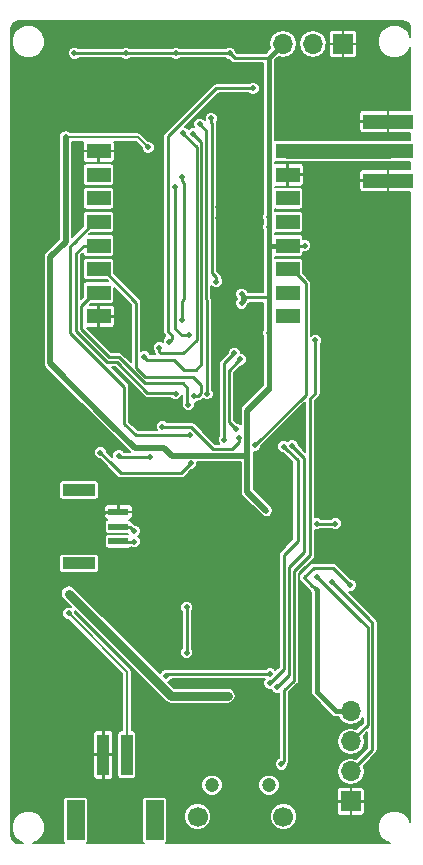
<source format=gbr>
G04 #@! TF.FileFunction,Copper,L2,Bot,Signal*
%FSLAX46Y46*%
G04 Gerber Fmt 4.6, Leading zero omitted, Abs format (unit mm)*
G04 Created by KiCad (PCBNEW 4.0.7-e2-6376~58~ubuntu16.04.1) date Tue Jul 10 13:57:42 2018*
%MOMM*%
%LPD*%
G01*
G04 APERTURE LIST*
%ADD10C,0.100000*%
%ADD11R,1.700000X1.700000*%
%ADD12O,1.700000X1.700000*%
%ADD13R,4.200000X1.270000*%
%ADD14R,2.000000X1.300000*%
%ADD15R,1.000000X3.500000*%
%ADD16R,1.500000X3.400000*%
%ADD17R,1.700000X0.600000*%
%ADD18R,2.800000X1.000000*%
%ADD19C,1.200000*%
%ADD20C,1.700000*%
%ADD21C,0.500000*%
%ADD22C,0.254000*%
%ADD23C,0.381000*%
%ADD24C,0.508000*%
%ADD25C,0.203200*%
%ADD26C,0.762000*%
%ADD27C,1.270000*%
G04 APERTURE END LIST*
D10*
D11*
X24307800Y-1676400D03*
D12*
X24307800Y863600D03*
X24307800Y3403600D03*
X24307800Y5943600D03*
D11*
X23642000Y62458600D03*
D12*
X21102000Y62458600D03*
X18562000Y62458600D03*
D13*
X27457400Y53390800D03*
X27457400Y55890800D03*
X27457400Y50890800D03*
D14*
X2947400Y39393100D03*
X2947400Y41393100D03*
X2947400Y43393100D03*
X2947400Y45393100D03*
X2947400Y47393100D03*
X2947400Y49393100D03*
X2947400Y51393100D03*
X2947400Y53393100D03*
X18947400Y53393100D03*
X18947400Y51393100D03*
X18947400Y49393100D03*
X18947400Y47393100D03*
X18947400Y45393100D03*
X18947400Y43393100D03*
X18947400Y41393100D03*
X18947400Y39393100D03*
D15*
X5343400Y2280100D03*
X3343400Y2280100D03*
D16*
X7693400Y-3269900D03*
X993400Y-3269900D03*
D17*
X4617000Y22840000D03*
X4617000Y21590000D03*
X4617000Y20340000D03*
D18*
X1267000Y24690000D03*
X1267000Y18490000D03*
D19*
X12535600Y-303800D03*
X17385600Y-303800D03*
D20*
X11335600Y-2953800D03*
X18585600Y-2953800D03*
D21*
X889000Y21336000D03*
X4851400Y38379400D03*
X5359400Y38836600D03*
X4851400Y39344600D03*
X6883400Y42392600D03*
X6883400Y43916600D03*
X15011400Y45948600D03*
X13081000Y47726600D03*
X13081000Y48641000D03*
X12471400Y21056600D03*
X12471400Y22072600D03*
X12471400Y23088600D03*
X13487400Y23088600D03*
X14503400Y23088600D03*
X3937000Y30314900D03*
X-1155722Y35407622D03*
X24257000Y16637000D03*
X7137400Y53695600D03*
X17373600Y46964600D03*
X17373600Y47777400D03*
X5257800Y61683900D03*
X-1155722Y42748200D03*
X-1155722Y43561000D03*
X15062200Y40513000D03*
X15062200Y41275000D03*
X21412200Y16230600D03*
X20408900Y45389800D03*
X17373600Y38011100D03*
X17373600Y33261300D03*
X8483600Y28257500D03*
X9486900Y61683900D03*
X14046200Y61683900D03*
X901700Y61683900D03*
X17145000Y22936200D03*
X9982200Y51181000D03*
X10024300Y39090600D03*
X10591800Y37820600D03*
X9452800Y50317400D03*
X8915400Y37261800D03*
X16027400Y58699400D03*
X8102600Y36753800D03*
X10134600Y54889400D03*
X6808500Y35991800D03*
X10947400Y54838600D03*
X10998200Y32639000D03*
X9461500Y32846200D03*
X7340600Y27457400D03*
X10541000Y31927800D03*
X4660900Y27601100D03*
X18618200Y28371800D03*
X17449800Y8356600D03*
X19329400Y28422600D03*
X18059400Y8001000D03*
X5969000Y20320000D03*
X14605000Y29845000D03*
X14950087Y35763200D03*
X13589000Y28956000D03*
X14427200Y36271200D03*
X5969000Y21209000D03*
X12928600Y42341800D03*
X12471400Y56159400D03*
X13881100Y7277100D03*
X419100Y15925800D03*
X12133280Y32830735D03*
X11506200Y55651400D03*
X8661400Y8966200D03*
X17449800Y9118600D03*
X10414000Y14770100D03*
X10401300Y10922000D03*
X406400Y14262100D03*
X21310600Y37363400D03*
X18415000Y1498600D03*
X22682861Y16916400D03*
X22987000Y21844000D03*
X21424900Y21844000D03*
X21437600Y17348200D03*
X3103900Y27863800D03*
X10744200Y26949400D03*
X14808200Y29083000D03*
X8356600Y30048200D03*
X16179800Y28473400D03*
X10693400Y29337000D03*
D22*
X4617000Y22840000D02*
X3513000Y22840000D01*
X3513000Y22840000D02*
X2009000Y21336000D01*
X2009000Y21336000D02*
X889000Y21336000D01*
X5359400Y38836600D02*
X5308600Y38836600D01*
X5308600Y38836600D02*
X4851400Y38379400D01*
X2947400Y39393100D02*
X4802900Y39393100D01*
X4802900Y39393100D02*
X4851400Y39344600D01*
X6883400Y43916600D02*
X6883400Y42392600D01*
X15011400Y45948600D02*
X13233400Y47726600D01*
X13233400Y47726600D02*
X13081000Y47726600D01*
X13081000Y48641000D02*
X13081000Y47726600D01*
X12471400Y23088600D02*
X12471400Y22072600D01*
X14503400Y23088600D02*
X13487400Y23088600D01*
X15062200Y40513000D02*
X15341600Y40792400D01*
X15341600Y40792400D02*
X15341600Y40995600D01*
D23*
X17373600Y40995600D02*
X17373600Y38011100D01*
X17373600Y45200300D02*
X17373600Y40995600D01*
D22*
X17373600Y40995600D02*
X15341600Y40995600D01*
X15341600Y40995600D02*
X15062200Y41275000D01*
X5257800Y61683900D02*
X901700Y61683900D01*
X5257800Y61683900D02*
X9486900Y61683900D01*
X14046200Y61683900D02*
X9486900Y61683900D01*
X17373600Y61270200D02*
X14459900Y61270200D01*
X14459900Y61270200D02*
X14046200Y61683900D01*
D23*
X17373600Y38011100D02*
X17373600Y33261300D01*
X17373600Y58750200D02*
X17373600Y61270200D01*
X17373600Y61270200D02*
X18562000Y62458600D01*
D24*
X11176000Y27605801D02*
X15476597Y27605801D01*
X10429127Y27605801D02*
X11176000Y27605801D01*
X8483600Y28257500D02*
X9017000Y27724100D01*
X9135299Y27605801D02*
X9017000Y27724100D01*
X11176000Y27605801D02*
X9135299Y27605801D01*
X15523398Y28270200D02*
X15523398Y27559000D01*
X15523398Y27559000D02*
X15523398Y24557802D01*
X15476597Y27605801D02*
X15523398Y27559000D01*
D23*
X24307800Y5943600D02*
X23076800Y5943600D01*
D22*
X21158200Y18110200D02*
X22783800Y18110200D01*
X22783800Y18110200D02*
X24257000Y16637000D01*
X20345400Y17297400D02*
X21158200Y18110200D01*
X21054599Y16588201D02*
X20345400Y17297400D01*
X21162201Y16480599D02*
X21054599Y16588201D01*
X21412200Y16230600D02*
X21162201Y16480599D01*
D23*
X23076800Y5943600D02*
X21412200Y7608200D01*
X21412200Y7608200D02*
X21412200Y16230600D01*
D25*
X152400Y54584600D02*
X6248400Y54584600D01*
X6248400Y54584600D02*
X7137400Y53695600D01*
D23*
X17373600Y45200300D02*
X17373600Y47777400D01*
X17373600Y47777400D02*
X17373600Y58750200D01*
D24*
X-1155722Y35407622D02*
X-1155722Y42748200D01*
X-1155722Y42748200D02*
X-1155722Y43561000D01*
X-1155722Y43561000D02*
X-1155722Y44394334D01*
D22*
X15062200Y40513000D02*
X15062200Y41275000D01*
D24*
X15523398Y31411098D02*
X15523398Y28270200D01*
X15510698Y28257500D02*
X15523398Y28270200D01*
X16895001Y23186199D02*
X17145000Y22936200D01*
X15523398Y24557802D02*
X16895001Y23186199D01*
X17373600Y33261300D02*
X15523398Y31411098D01*
X152400Y45702456D02*
X152400Y47218600D01*
X152400Y47218600D02*
X152400Y54584600D01*
X-1155722Y44394334D02*
X152400Y45702456D01*
X3937000Y30314900D02*
X-1155722Y35407622D01*
X8483600Y28257500D02*
X5994400Y28257500D01*
X5994400Y28257500D02*
X3937000Y30314900D01*
D22*
X20408900Y45389800D02*
X18950700Y45389800D01*
X18950700Y45389800D02*
X18947400Y45393100D01*
D23*
X18947400Y45393100D02*
X17566400Y45393100D01*
X17566400Y45393100D02*
X17373600Y45200300D01*
D22*
X9982200Y51181000D02*
X9982200Y50827447D01*
X9982200Y39132700D02*
X10024300Y39090600D01*
X9982200Y50827447D02*
X10147290Y50662357D01*
X10147290Y50662357D02*
X10147290Y40830490D01*
X9982200Y40665400D02*
X9982200Y39132700D01*
X10147290Y40830490D02*
X9982200Y40665400D01*
X10591800Y37820600D02*
X10369217Y37820600D01*
X10722770Y37820600D02*
X10591800Y37820600D01*
X10369217Y37820600D02*
X10367170Y37818553D01*
X10367170Y37818553D02*
X9982200Y37818553D01*
X9982200Y37818553D02*
X9452800Y38347953D01*
X9452800Y38347953D02*
X9452800Y38705600D01*
X9452800Y50317400D02*
X9452800Y38705600D01*
X9067800Y37869353D02*
X8864600Y38072553D01*
X8915400Y37261800D02*
X9165399Y37511799D01*
X9165399Y37511799D02*
X9165399Y37771754D01*
X9165399Y37771754D02*
X9067800Y37869353D01*
X12928600Y58699400D02*
X16027400Y58699400D01*
X8864600Y38072553D02*
X8864600Y54635400D01*
X8864600Y54635400D02*
X12928600Y58699400D01*
X10134600Y54889400D02*
X10134600Y54867886D01*
X11252170Y37414170D02*
X10134600Y36296600D01*
X10134600Y54867886D02*
X11252170Y53750316D01*
X11252170Y53750316D02*
X11252170Y37414170D01*
X10134600Y36296600D02*
X8206247Y36296600D01*
X8206247Y36296600D02*
X8102600Y36400247D01*
X8102600Y36400247D02*
X8102600Y36753800D01*
X10947400Y54838600D02*
X11658580Y54127420D01*
X11658580Y54127420D02*
X11658580Y40665420D01*
X11658580Y40665420D02*
X11658600Y40665400D01*
X11658600Y40665400D02*
X11658600Y35331400D01*
X11658600Y35331400D02*
X11201400Y34874200D01*
X9317799Y35741801D02*
X7058499Y35741801D01*
X11201400Y34874200D02*
X10185400Y34874200D01*
X10185400Y34874200D02*
X9317799Y35741801D01*
X7058499Y35741801D02*
X6808500Y35991800D01*
X11607800Y33604200D02*
X10947400Y34264600D01*
X10947400Y34264600D02*
X10388600Y34264600D01*
X11607800Y32895047D02*
X11607800Y33604200D01*
X10998200Y32639000D02*
X11351753Y32639000D01*
X11351753Y32639000D02*
X11607800Y32895047D01*
X6121400Y40569100D02*
X3297400Y43393100D01*
X6121400Y40569100D02*
X6121400Y35039300D01*
X6121400Y35039300D02*
X6279100Y34881600D01*
X7797800Y34264600D02*
X6896100Y34264600D01*
X9626600Y34264600D02*
X7797800Y34264600D01*
X7797800Y34264600D02*
X10388600Y34264600D01*
X9667950Y34264600D02*
X9626600Y34264600D01*
X6858000Y34302700D02*
X6781800Y34378900D01*
X6781800Y34378900D02*
X6279100Y34881600D01*
X6896100Y34264600D02*
X6781800Y34378900D01*
X3297400Y43393100D02*
X2947400Y43393100D01*
X9461500Y32846200D02*
X9379133Y32928567D01*
X7082632Y32928567D02*
X4489299Y35521900D01*
X9379133Y32928567D02*
X7082632Y32928567D01*
X4489299Y35521900D02*
X3632200Y35521900D01*
X1029700Y38124400D02*
X1029700Y44729400D01*
X1029700Y44729400D02*
X1693400Y45393100D01*
X3632200Y35521900D02*
X1029700Y38124400D01*
X1693400Y45393100D02*
X2947400Y45393100D01*
X7340600Y27457400D02*
X4804600Y27457400D01*
X4804600Y27457400D02*
X4660900Y27601100D01*
X10439400Y33350200D02*
X10439400Y32029400D01*
X10439400Y32029400D02*
X10541000Y31927800D01*
X10058400Y33731200D02*
X10439400Y33350200D01*
X9626600Y33731200D02*
X10058400Y33731200D01*
X9626600Y33731200D02*
X6854750Y33731200D01*
X6854750Y33731200D02*
X4657639Y35928311D01*
X4657639Y35928311D02*
X3848100Y35928311D01*
X3848100Y35928311D02*
X1436111Y38340300D01*
X1436111Y40231811D02*
X2597400Y41393100D01*
X1436111Y38340300D02*
X1436111Y40231811D01*
X2597400Y41393100D02*
X2947400Y41393100D01*
X18618200Y9525000D02*
X17449800Y8356600D01*
X18618200Y19171275D02*
X18618200Y9525000D01*
X19792325Y27203400D02*
X19792325Y20345400D01*
X18618200Y19171275D02*
X19792325Y20345400D01*
X18618200Y28371800D02*
X18868199Y28121801D01*
X18868199Y28121801D02*
X18873924Y28121801D01*
X18873924Y28121801D02*
X19792325Y27203400D01*
X20345400Y19481800D02*
X19380200Y18516600D01*
X18059400Y8001000D02*
X19075390Y9016990D01*
X19075390Y9016990D02*
X19075390Y18211790D01*
X19075390Y18211790D02*
X19380200Y18516600D01*
X19329400Y28422600D02*
X20345400Y27406600D01*
X20345400Y27406600D02*
X20345400Y19481800D01*
X14605000Y29845000D02*
X13995410Y30454590D01*
X13995410Y30454590D02*
X13995410Y34808523D01*
X13995410Y34808523D02*
X14700088Y35513201D01*
X14700088Y35513201D02*
X14950087Y35763200D01*
X5969000Y20320000D02*
X4637000Y20320000D01*
X4637000Y20320000D02*
X4617000Y20340000D01*
X14427200Y36271200D02*
X13589000Y35433000D01*
X13589000Y35433000D02*
X13589000Y28956000D01*
X4617000Y21590000D02*
X5588000Y21590000D01*
X5588000Y21590000D02*
X5969000Y21209000D01*
X12928600Y42341800D02*
X12928600Y42695353D01*
X12928600Y42695353D02*
X12550999Y43072954D01*
X12550999Y55726248D02*
X12471400Y55805847D01*
X12550999Y43072954D02*
X12550999Y55726248D01*
X12471400Y55805847D02*
X12471400Y56159400D01*
D26*
X419100Y15925800D02*
X9067800Y7277100D01*
X9067800Y7277100D02*
X13881100Y7277100D01*
D22*
X12064990Y54296609D02*
X12064990Y40833760D01*
X12064990Y40833760D02*
X12133280Y40765470D01*
X12133280Y40765470D02*
X12133280Y32830735D01*
X12065610Y54295989D02*
X12064990Y54296609D01*
X12064990Y54296609D02*
X12064990Y55092610D01*
X12064990Y55092610D02*
X11506200Y55651400D01*
X11557000Y55600600D02*
X11506200Y55651400D01*
X17449800Y9118600D02*
X8813800Y9118600D01*
X8813800Y9118600D02*
X8661400Y8966200D01*
X10401300Y10922000D02*
X10401300Y14757400D01*
X10401300Y14757400D02*
X10414000Y14770100D01*
D25*
X406400Y14262100D02*
X5343400Y9325100D01*
X5343400Y9325100D02*
X5343400Y2280100D01*
D27*
X18947400Y53393100D02*
X27455100Y53393100D01*
X27455100Y53393100D02*
X27457400Y53390800D01*
D22*
X18664999Y7742999D02*
X19481800Y8559800D01*
X20853400Y19177000D02*
X20853400Y32435800D01*
X19481800Y8559800D02*
X19481800Y17805400D01*
X19481800Y17805400D02*
X20853400Y19177000D01*
X20853400Y32435800D02*
X21310600Y32893000D01*
X21310600Y32893000D02*
X21310600Y37363400D01*
X18415000Y1498600D02*
X18664999Y1748599D01*
X18664999Y1748599D02*
X18664999Y7742999D01*
X25755600Y13843661D02*
X22898100Y16701161D01*
X22898100Y16701161D02*
X22682861Y16916400D01*
X26136600Y2692400D02*
X26136600Y13462661D01*
X26136600Y13462661D02*
X25755600Y13843661D01*
X24307800Y863600D02*
X26136600Y2692400D01*
X21424900Y21844000D02*
X22987000Y21844000D01*
X24307800Y3403600D02*
X25730190Y4825990D01*
X25730190Y4825990D02*
X25730190Y13055610D01*
X25730190Y13055610D02*
X25146000Y13639800D01*
X25146000Y13639800D02*
X21437600Y17348200D01*
X9931400Y26136600D02*
X4831100Y26136600D01*
X4831100Y26136600D02*
X4018300Y26949400D01*
X10744200Y26949400D02*
X9931400Y26136600D01*
X4018300Y26949400D02*
X3103900Y27863800D01*
X14272753Y28194000D02*
X12619914Y28194000D01*
X12619914Y28194000D02*
X11934114Y28879800D01*
X14808200Y29083000D02*
X14808200Y28729447D01*
X14808200Y28729447D02*
X14272753Y28194000D01*
X8356600Y30048200D02*
X10765714Y30048200D01*
X10765714Y30048200D02*
X11934114Y28879800D01*
X19297400Y43393100D02*
X18947400Y43393100D01*
X20485100Y42205400D02*
X19297400Y43393100D01*
X20485100Y32778700D02*
X20485100Y42205400D01*
X16179800Y28473400D02*
X20485100Y32778700D01*
X10693400Y29337000D02*
X6076939Y29337000D01*
X6076939Y29337000D02*
X5105400Y30308539D01*
X5105400Y30308539D02*
X5105400Y33439100D01*
X5105400Y33439100D02*
X556000Y37988500D01*
X556000Y37988500D02*
X556000Y45351700D01*
X556000Y45351700D02*
X825500Y45621200D01*
X698500Y45494200D02*
X825500Y45621200D01*
X825500Y45621200D02*
X2597400Y47393100D01*
X2597400Y47393100D02*
X2947400Y47393100D01*
D25*
G36*
X28942614Y64334899D02*
X29146599Y64198599D01*
X29282899Y63994614D01*
X29338200Y63716595D01*
X29338200Y63085957D01*
X29194426Y63433916D01*
X28799594Y63829437D01*
X28283458Y64043756D01*
X27724594Y64044244D01*
X27208084Y63830826D01*
X26812563Y63435994D01*
X26598244Y62919858D01*
X26597756Y62360994D01*
X26811174Y61844484D01*
X27206006Y61448963D01*
X27722142Y61234644D01*
X28281006Y61234156D01*
X28797516Y61447574D01*
X29193037Y61842406D01*
X29338200Y62191996D01*
X29338200Y56881400D01*
X27571700Y56881400D01*
X27482800Y56792500D01*
X27482800Y55916200D01*
X27502800Y55916200D01*
X27502800Y55865400D01*
X27482800Y55865400D01*
X27482800Y54989100D01*
X27571700Y54900200D01*
X29338200Y54900200D01*
X29338200Y54336571D01*
X25357400Y54336571D01*
X25337890Y54332900D01*
X20050959Y54332900D01*
X19947400Y54353871D01*
X17947400Y54353871D01*
X17868900Y54339100D01*
X17868900Y55776500D01*
X25001800Y55776500D01*
X25001800Y55185067D01*
X25055937Y55054369D01*
X25155969Y54954337D01*
X25286667Y54900200D01*
X27343100Y54900200D01*
X27432000Y54989100D01*
X27432000Y55865400D01*
X25090700Y55865400D01*
X25001800Y55776500D01*
X17868900Y55776500D01*
X17868900Y56596533D01*
X25001800Y56596533D01*
X25001800Y56005100D01*
X25090700Y55916200D01*
X27432000Y55916200D01*
X27432000Y56792500D01*
X27343100Y56881400D01*
X25286667Y56881400D01*
X25155969Y56827263D01*
X25055937Y56727231D01*
X25001800Y56596533D01*
X17868900Y56596533D01*
X17868900Y61065040D01*
X18164169Y61360309D01*
X18562000Y61281176D01*
X19003923Y61369080D01*
X19378567Y61619409D01*
X19628896Y61994053D01*
X19716800Y62435976D01*
X19716800Y62481224D01*
X19947200Y62481224D01*
X19947200Y62435976D01*
X20035104Y61994053D01*
X20285433Y61619409D01*
X20660077Y61369080D01*
X21102000Y61281176D01*
X21543923Y61369080D01*
X21918567Y61619409D01*
X22168896Y61994053D01*
X22238564Y62344300D01*
X22436400Y62344300D01*
X22436400Y61537867D01*
X22490537Y61407169D01*
X22590569Y61307137D01*
X22721267Y61253000D01*
X23527700Y61253000D01*
X23616600Y61341900D01*
X23616600Y62433200D01*
X23667400Y62433200D01*
X23667400Y61341900D01*
X23756300Y61253000D01*
X24562733Y61253000D01*
X24693431Y61307137D01*
X24793463Y61407169D01*
X24847600Y61537867D01*
X24847600Y62344300D01*
X24758700Y62433200D01*
X23667400Y62433200D01*
X23616600Y62433200D01*
X22525300Y62433200D01*
X22436400Y62344300D01*
X22238564Y62344300D01*
X22256800Y62435976D01*
X22256800Y62481224D01*
X22168896Y62923147D01*
X21918567Y63297791D01*
X21796531Y63379333D01*
X22436400Y63379333D01*
X22436400Y62572900D01*
X22525300Y62484000D01*
X23616600Y62484000D01*
X23616600Y63575300D01*
X23667400Y63575300D01*
X23667400Y62484000D01*
X24758700Y62484000D01*
X24847600Y62572900D01*
X24847600Y63379333D01*
X24793463Y63510031D01*
X24693431Y63610063D01*
X24562733Y63664200D01*
X23756300Y63664200D01*
X23667400Y63575300D01*
X23616600Y63575300D01*
X23527700Y63664200D01*
X22721267Y63664200D01*
X22590569Y63610063D01*
X22490537Y63510031D01*
X22436400Y63379333D01*
X21796531Y63379333D01*
X21543923Y63548120D01*
X21102000Y63636024D01*
X20660077Y63548120D01*
X20285433Y63297791D01*
X20035104Y62923147D01*
X19947200Y62481224D01*
X19716800Y62481224D01*
X19628896Y62923147D01*
X19378567Y63297791D01*
X19003923Y63548120D01*
X18562000Y63636024D01*
X18120077Y63548120D01*
X17745433Y63297791D01*
X17495104Y62923147D01*
X17407200Y62481224D01*
X17407200Y62435976D01*
X17478826Y62075886D01*
X17104940Y61702000D01*
X14638758Y61702000D01*
X14601049Y61739709D01*
X14601096Y61793772D01*
X14516811Y61997758D01*
X14360879Y62153962D01*
X14157041Y62238603D01*
X13936328Y62238796D01*
X13732342Y62154511D01*
X13693463Y62115700D01*
X9839774Y62115700D01*
X9801579Y62153962D01*
X9597741Y62238603D01*
X9377028Y62238796D01*
X9173042Y62154511D01*
X9134163Y62115700D01*
X5610674Y62115700D01*
X5572479Y62153962D01*
X5368641Y62238603D01*
X5147928Y62238796D01*
X4943942Y62154511D01*
X4905063Y62115700D01*
X1254574Y62115700D01*
X1216379Y62153962D01*
X1012541Y62238603D01*
X791828Y62238796D01*
X587842Y62154511D01*
X431638Y61998579D01*
X346997Y61794741D01*
X346804Y61574028D01*
X431089Y61370042D01*
X587021Y61213838D01*
X790859Y61129197D01*
X1011572Y61129004D01*
X1215558Y61213289D01*
X1254437Y61252100D01*
X4904926Y61252100D01*
X4943121Y61213838D01*
X5146959Y61129197D01*
X5367672Y61129004D01*
X5571658Y61213289D01*
X5610537Y61252100D01*
X9134026Y61252100D01*
X9172221Y61213838D01*
X9376059Y61129197D01*
X9596772Y61129004D01*
X9800758Y61213289D01*
X9839637Y61252100D01*
X13693326Y61252100D01*
X13731521Y61213838D01*
X13935359Y61129197D01*
X13990293Y61129149D01*
X14154571Y60964871D01*
X14294657Y60871269D01*
X14459900Y60838400D01*
X16878300Y60838400D01*
X16878300Y48031299D01*
X16818897Y47888241D01*
X16818704Y47667528D01*
X16878300Y47523294D01*
X16878300Y47218499D01*
X16818897Y47075441D01*
X16818704Y46854728D01*
X16878300Y46710494D01*
X16878300Y41427400D01*
X15599524Y41427400D01*
X15532811Y41588858D01*
X15376879Y41745062D01*
X15173041Y41829703D01*
X14952328Y41829896D01*
X14748342Y41745611D01*
X14592138Y41589679D01*
X14507497Y41385841D01*
X14507304Y41165128D01*
X14591589Y40961142D01*
X14630400Y40922263D01*
X14630400Y40865874D01*
X14592138Y40827679D01*
X14507497Y40623841D01*
X14507304Y40403128D01*
X14591589Y40199142D01*
X14747521Y40042938D01*
X14951359Y39958297D01*
X15172072Y39958104D01*
X15376058Y40042389D01*
X15532262Y40198321D01*
X15616903Y40402159D01*
X15616951Y40457093D01*
X15646929Y40487071D01*
X15698197Y40563800D01*
X16878300Y40563800D01*
X16878300Y38264999D01*
X16818897Y38121941D01*
X16818704Y37901228D01*
X16878300Y37756994D01*
X16878300Y33556262D01*
X15128267Y31806229D01*
X15007134Y31624942D01*
X14964598Y31411098D01*
X14964598Y30270065D01*
X14919679Y30315062D01*
X14715841Y30399703D01*
X14660906Y30399751D01*
X14427210Y30633448D01*
X14427210Y34629665D01*
X15005896Y35208351D01*
X15059959Y35208304D01*
X15263945Y35292589D01*
X15420149Y35448521D01*
X15504790Y35652359D01*
X15504983Y35873072D01*
X15420698Y36077058D01*
X15264766Y36233262D01*
X15060928Y36317903D01*
X14982041Y36317972D01*
X14982096Y36381072D01*
X14897811Y36585058D01*
X14741879Y36741262D01*
X14538041Y36825903D01*
X14317328Y36826096D01*
X14113342Y36741811D01*
X13957138Y36585879D01*
X13872497Y36382041D01*
X13872449Y36327107D01*
X13283671Y35738329D01*
X13190069Y35598243D01*
X13157200Y35433000D01*
X13157200Y29308874D01*
X13118938Y29270679D01*
X13034297Y29066841D01*
X13034104Y28846128D01*
X13118389Y28642142D01*
X13134703Y28625800D01*
X12798771Y28625800D01*
X12239443Y29185129D01*
X11071043Y30353529D01*
X11001938Y30399703D01*
X10930957Y30447131D01*
X10765714Y30480000D01*
X8709474Y30480000D01*
X8671279Y30518262D01*
X8467441Y30602903D01*
X8246728Y30603096D01*
X8042742Y30518811D01*
X7886538Y30362879D01*
X7801897Y30159041D01*
X7801704Y29938328D01*
X7871751Y29768800D01*
X6255796Y29768800D01*
X5537200Y30487397D01*
X5537200Y33439100D01*
X5504331Y33604343D01*
X5410729Y33744429D01*
X4065058Y35090100D01*
X4310441Y35090100D01*
X6777301Y32623241D01*
X6777303Y32623238D01*
X6917389Y32529636D01*
X6938655Y32525406D01*
X7082632Y32496766D01*
X7082637Y32496767D01*
X9026402Y32496767D01*
X9146821Y32376138D01*
X9350659Y32291497D01*
X9571372Y32291304D01*
X9775358Y32375589D01*
X9931562Y32531521D01*
X10007600Y32714641D01*
X10007600Y32089944D01*
X9986297Y32038641D01*
X9986104Y31817928D01*
X10070389Y31613942D01*
X10226321Y31457738D01*
X10430159Y31373097D01*
X10650872Y31372904D01*
X10854858Y31457189D01*
X11011062Y31613121D01*
X11095703Y31816959D01*
X11095896Y32037672D01*
X11076699Y32084131D01*
X11108072Y32084104D01*
X11312058Y32168389D01*
X11350937Y32207200D01*
X11351753Y32207200D01*
X11516996Y32240069D01*
X11657082Y32333671D01*
X11751401Y32427990D01*
X11818601Y32360673D01*
X12022439Y32276032D01*
X12243152Y32275839D01*
X12447138Y32360124D01*
X12603342Y32516056D01*
X12687983Y32719894D01*
X12688176Y32940607D01*
X12603891Y33144593D01*
X12565080Y33183472D01*
X12565080Y40765465D01*
X12565081Y40765470D01*
X12532212Y40930712D01*
X12496790Y40983724D01*
X12496790Y41989073D01*
X12613921Y41871738D01*
X12817759Y41787097D01*
X13038472Y41786904D01*
X13242458Y41871189D01*
X13398662Y42027121D01*
X13483303Y42230959D01*
X13483496Y42451672D01*
X13399211Y42655658D01*
X13360400Y42694537D01*
X13360400Y42695353D01*
X13327531Y42860596D01*
X13233929Y43000682D01*
X13233926Y43000684D01*
X12982799Y43251812D01*
X12982799Y55726248D01*
X12953477Y55873657D01*
X13026103Y56048559D01*
X13026296Y56269272D01*
X12942011Y56473258D01*
X12786079Y56629462D01*
X12582241Y56714103D01*
X12361528Y56714296D01*
X12157542Y56630011D01*
X12001338Y56474079D01*
X11916697Y56270241D01*
X11916504Y56049528D01*
X11933324Y56008821D01*
X11820879Y56121462D01*
X11617041Y56206103D01*
X11396328Y56206296D01*
X11192342Y56122011D01*
X11036138Y55966079D01*
X10951497Y55762241D01*
X10951304Y55541528D01*
X11012533Y55393343D01*
X10837528Y55393496D01*
X10633542Y55309211D01*
X10566375Y55242161D01*
X10449279Y55359462D01*
X10272659Y55432801D01*
X13107458Y58267600D01*
X15674526Y58267600D01*
X15712721Y58229338D01*
X15916559Y58144697D01*
X16137272Y58144504D01*
X16341258Y58228789D01*
X16497462Y58384721D01*
X16582103Y58588559D01*
X16582296Y58809272D01*
X16498011Y59013258D01*
X16342079Y59169462D01*
X16138241Y59254103D01*
X15917528Y59254296D01*
X15713542Y59170011D01*
X15674663Y59131200D01*
X12928600Y59131200D01*
X12763357Y59098331D01*
X12637264Y59014079D01*
X12623271Y59004729D01*
X8559271Y54940729D01*
X8465669Y54800643D01*
X8432800Y54635400D01*
X8432800Y38072553D01*
X8465669Y37907310D01*
X8540578Y37795200D01*
X8559271Y37767224D01*
X8597810Y37728685D01*
X8445338Y37576479D01*
X8360697Y37372641D01*
X8360587Y37247402D01*
X8213441Y37308503D01*
X7992728Y37308696D01*
X7788742Y37224411D01*
X7632538Y37068479D01*
X7547897Y36864641D01*
X7547704Y36643928D01*
X7631989Y36439942D01*
X7670800Y36401063D01*
X7670800Y36400247D01*
X7703669Y36235004D01*
X7744697Y36173601D01*
X7333676Y36173601D01*
X7279111Y36305658D01*
X7123179Y36461862D01*
X6919341Y36546503D01*
X6698628Y36546696D01*
X6553200Y36486607D01*
X6553200Y40569100D01*
X6520331Y40734343D01*
X6426729Y40874429D01*
X4258171Y43042987D01*
X4258171Y44043100D01*
X4236918Y44156052D01*
X4170163Y44259792D01*
X4068307Y44329387D01*
X3947400Y44353871D01*
X1947400Y44353871D01*
X1834448Y44332618D01*
X1730708Y44265863D01*
X1661113Y44164007D01*
X1636629Y44043100D01*
X1636629Y42743100D01*
X1657882Y42630148D01*
X1724637Y42526408D01*
X1826493Y42456813D01*
X1947400Y42432329D01*
X3647513Y42432329D01*
X3725971Y42353871D01*
X1947400Y42353871D01*
X1834448Y42332618D01*
X1730708Y42265863D01*
X1661113Y42164007D01*
X1636629Y42043100D01*
X1636629Y41042987D01*
X1461500Y40867858D01*
X1461500Y44550542D01*
X1639389Y44728431D01*
X1657882Y44630148D01*
X1724637Y44526408D01*
X1826493Y44456813D01*
X1947400Y44432329D01*
X3947400Y44432329D01*
X4060352Y44453582D01*
X4164092Y44520337D01*
X4233687Y44622193D01*
X4258171Y44743100D01*
X4258171Y46043100D01*
X4236918Y46156052D01*
X4170163Y46259792D01*
X4068307Y46329387D01*
X3947400Y46353871D01*
X2168829Y46353871D01*
X2247287Y46432329D01*
X3947400Y46432329D01*
X4060352Y46453582D01*
X4164092Y46520337D01*
X4233687Y46622193D01*
X4258171Y46743100D01*
X4258171Y48043100D01*
X4236918Y48156052D01*
X4170163Y48259792D01*
X4068307Y48329387D01*
X3947400Y48353871D01*
X1947400Y48353871D01*
X1834448Y48332618D01*
X1730708Y48265863D01*
X1661113Y48164007D01*
X1636629Y48043100D01*
X1636629Y47042987D01*
X711200Y46117558D01*
X711200Y50043100D01*
X1636629Y50043100D01*
X1636629Y48743100D01*
X1657882Y48630148D01*
X1724637Y48526408D01*
X1826493Y48456813D01*
X1947400Y48432329D01*
X3947400Y48432329D01*
X4060352Y48453582D01*
X4164092Y48520337D01*
X4233687Y48622193D01*
X4258171Y48743100D01*
X4258171Y50043100D01*
X4236918Y50156052D01*
X4170163Y50259792D01*
X4068307Y50329387D01*
X3947400Y50353871D01*
X1947400Y50353871D01*
X1834448Y50332618D01*
X1730708Y50265863D01*
X1661113Y50164007D01*
X1636629Y50043100D01*
X711200Y50043100D01*
X711200Y52043100D01*
X1636629Y52043100D01*
X1636629Y50743100D01*
X1657882Y50630148D01*
X1724637Y50526408D01*
X1826493Y50456813D01*
X1947400Y50432329D01*
X3947400Y50432329D01*
X4060352Y50453582D01*
X4164092Y50520337D01*
X4233687Y50622193D01*
X4258171Y50743100D01*
X4258171Y52043100D01*
X4236918Y52156052D01*
X4170163Y52259792D01*
X4068307Y52329387D01*
X3947400Y52353871D01*
X1947400Y52353871D01*
X1834448Y52332618D01*
X1730708Y52265863D01*
X1661113Y52164007D01*
X1636629Y52043100D01*
X711200Y52043100D01*
X711200Y53278800D01*
X1591800Y53278800D01*
X1591800Y52672367D01*
X1645937Y52541669D01*
X1745969Y52441637D01*
X1876667Y52387500D01*
X2833100Y52387500D01*
X2922000Y52476400D01*
X2922000Y53367700D01*
X2972800Y53367700D01*
X2972800Y52476400D01*
X3061700Y52387500D01*
X4018133Y52387500D01*
X4148831Y52441637D01*
X4248863Y52541669D01*
X4303000Y52672367D01*
X4303000Y53278800D01*
X4214100Y53367700D01*
X2972800Y53367700D01*
X2922000Y53367700D01*
X1680700Y53367700D01*
X1591800Y53278800D01*
X711200Y53278800D01*
X711200Y54178200D01*
X1618462Y54178200D01*
X1591800Y54113833D01*
X1591800Y53507400D01*
X1680700Y53418500D01*
X2922000Y53418500D01*
X2922000Y53438500D01*
X2972800Y53438500D01*
X2972800Y53418500D01*
X4214100Y53418500D01*
X4303000Y53507400D01*
X4303000Y54113833D01*
X4276338Y54178200D01*
X6080064Y54178200D01*
X6582583Y53675681D01*
X6582504Y53585728D01*
X6666789Y53381742D01*
X6822721Y53225538D01*
X7026559Y53140897D01*
X7247272Y53140704D01*
X7451258Y53224989D01*
X7607462Y53380921D01*
X7692103Y53584759D01*
X7692296Y53805472D01*
X7608011Y54009458D01*
X7452079Y54165662D01*
X7248241Y54250303D01*
X7157354Y54250382D01*
X6535768Y54871968D01*
X6493516Y54900200D01*
X6403923Y54960065D01*
X6248400Y54991000D01*
X530666Y54991000D01*
X366244Y55100864D01*
X152400Y55143400D01*
X-61444Y55100864D01*
X-242731Y54979731D01*
X-363864Y54798444D01*
X-406400Y54584600D01*
X-406400Y45933918D01*
X-1550853Y44789465D01*
X-1671986Y44608178D01*
X-1714522Y44394334D01*
X-1714522Y35407622D01*
X-1710539Y35387600D01*
X-1710618Y35297750D01*
X-1676004Y35213977D01*
X-1671986Y35193778D01*
X-1660644Y35176804D01*
X-1626333Y35093764D01*
X-1562293Y35029613D01*
X-1550853Y35012491D01*
X3541869Y29919768D01*
X3541872Y29919766D01*
X5572438Y27889200D01*
X5142154Y27889200D01*
X5131511Y27914958D01*
X4975579Y28071162D01*
X4771741Y28155803D01*
X4551028Y28155996D01*
X4347042Y28071711D01*
X4190838Y27915779D01*
X4106197Y27711941D01*
X4106004Y27491228D01*
X4119294Y27459064D01*
X3658749Y27919609D01*
X3658796Y27973672D01*
X3574511Y28177658D01*
X3418579Y28333862D01*
X3214741Y28418503D01*
X2994028Y28418696D01*
X2790042Y28334411D01*
X2633838Y28178479D01*
X2549197Y27974641D01*
X2549004Y27753928D01*
X2633289Y27549942D01*
X2789221Y27393738D01*
X2993059Y27309097D01*
X3047993Y27309049D01*
X4525771Y25831271D01*
X4665857Y25737669D01*
X4693273Y25732215D01*
X4831100Y25704799D01*
X4831105Y25704800D01*
X9931400Y25704800D01*
X10096643Y25737669D01*
X10236729Y25831271D01*
X10800009Y26394551D01*
X10854072Y26394504D01*
X11058058Y26478789D01*
X11214262Y26634721D01*
X11298903Y26838559D01*
X11299085Y27047001D01*
X14964598Y27047001D01*
X14964598Y24557802D01*
X15007134Y24343958D01*
X15110006Y24190000D01*
X15128267Y24162671D01*
X16499870Y22791067D01*
X16499873Y22791065D01*
X16749869Y22541069D01*
X16766841Y22529728D01*
X16830321Y22466138D01*
X16914034Y22431377D01*
X16931157Y22419936D01*
X16951179Y22415953D01*
X17034159Y22381497D01*
X17124801Y22381418D01*
X17145000Y22377400D01*
X17165022Y22381383D01*
X17254872Y22381304D01*
X17338646Y22415919D01*
X17358843Y22419936D01*
X17375815Y22431277D01*
X17458858Y22465589D01*
X17523009Y22529629D01*
X17540131Y22541069D01*
X17551472Y22558041D01*
X17615062Y22621521D01*
X17649823Y22705234D01*
X17661264Y22722357D01*
X17665247Y22742379D01*
X17699703Y22825359D01*
X17699782Y22916001D01*
X17703800Y22936200D01*
X17699817Y22956222D01*
X17699896Y23046072D01*
X17665281Y23129846D01*
X17661264Y23150043D01*
X17649923Y23167015D01*
X17615611Y23250058D01*
X17551571Y23314209D01*
X17540131Y23331331D01*
X17290135Y23581327D01*
X17290133Y23581330D01*
X16082198Y24789264D01*
X16082198Y27918685D01*
X16289672Y27918504D01*
X16493658Y28002789D01*
X16649862Y28158721D01*
X16734503Y28362559D01*
X16734551Y28417493D01*
X20421600Y32104543D01*
X20421600Y27941058D01*
X19884249Y28478409D01*
X19884296Y28532472D01*
X19800011Y28736458D01*
X19644079Y28892662D01*
X19440241Y28977303D01*
X19219528Y28977496D01*
X19015542Y28893211D01*
X18948464Y28826250D01*
X18932879Y28841862D01*
X18729041Y28926503D01*
X18508328Y28926696D01*
X18304342Y28842411D01*
X18148138Y28686479D01*
X18063497Y28482641D01*
X18063304Y28261928D01*
X18147589Y28057942D01*
X18303521Y27901738D01*
X18507359Y27817097D01*
X18562293Y27817049D01*
X18562870Y27816472D01*
X18580123Y27804944D01*
X19360525Y27024542D01*
X19360525Y20524257D01*
X18312871Y19476604D01*
X18219269Y19336518D01*
X18186400Y19171275D01*
X18186400Y9703858D01*
X17917708Y9435166D01*
X17764479Y9588662D01*
X17560641Y9673303D01*
X17339928Y9673496D01*
X17135942Y9589211D01*
X17097063Y9550400D01*
X8813800Y9550400D01*
X8665976Y9520996D01*
X8551528Y9521096D01*
X8347542Y9436811D01*
X8191338Y9280879D01*
X8145142Y9169626D01*
X6502640Y10812128D01*
X9846404Y10812128D01*
X9930689Y10608142D01*
X10086621Y10451938D01*
X10290459Y10367297D01*
X10511172Y10367104D01*
X10715158Y10451389D01*
X10871362Y10607321D01*
X10956003Y10811159D01*
X10956196Y11031872D01*
X10871911Y11235858D01*
X10833100Y11274737D01*
X10833100Y14404548D01*
X10884062Y14455421D01*
X10968703Y14659259D01*
X10968896Y14879972D01*
X10884611Y15083958D01*
X10728679Y15240162D01*
X10524841Y15324803D01*
X10304128Y15324996D01*
X10100142Y15240711D01*
X9943938Y15084779D01*
X9859297Y14880941D01*
X9859104Y14660228D01*
X9943389Y14456242D01*
X9969500Y14430085D01*
X9969500Y11274874D01*
X9931238Y11236679D01*
X9846597Y11032841D01*
X9846404Y10812128D01*
X6502640Y10812128D01*
X904034Y16410734D01*
X681545Y16559397D01*
X419100Y16611600D01*
X156655Y16559397D01*
X-65834Y16410734D01*
X-214497Y16188245D01*
X-266700Y15925800D01*
X-214497Y15663355D01*
X-65834Y15440866D01*
X587334Y14787698D01*
X517241Y14816803D01*
X296528Y14816996D01*
X92542Y14732711D01*
X-63662Y14576779D01*
X-148303Y14372941D01*
X-148496Y14152228D01*
X-64211Y13948242D01*
X91721Y13792038D01*
X295559Y13707397D01*
X386446Y13707318D01*
X4937000Y9156764D01*
X4937000Y4340871D01*
X4843400Y4340871D01*
X4730448Y4319618D01*
X4626708Y4252863D01*
X4557113Y4151007D01*
X4532629Y4030100D01*
X4532629Y530100D01*
X4553882Y417148D01*
X4620637Y313408D01*
X4722493Y243813D01*
X4843400Y219329D01*
X5843400Y219329D01*
X5956352Y240582D01*
X6060092Y307337D01*
X6129687Y409193D01*
X6154171Y530100D01*
X6154171Y4030100D01*
X6132918Y4143052D01*
X6066163Y4246792D01*
X5964307Y4316387D01*
X5843400Y4340871D01*
X5749800Y4340871D01*
X5749800Y9325100D01*
X5718865Y9480623D01*
X5630768Y9612468D01*
X961217Y14282019D01*
X961296Y14371972D01*
X931889Y14443143D01*
X8582866Y6792166D01*
X8805355Y6643503D01*
X9067800Y6591300D01*
X13881100Y6591300D01*
X14143544Y6643503D01*
X14366034Y6792166D01*
X14514697Y7014656D01*
X14566900Y7277100D01*
X14514697Y7539544D01*
X14366034Y7762034D01*
X14143544Y7910697D01*
X13881100Y7962900D01*
X9351868Y7962900D01*
X8864814Y8449954D01*
X8975258Y8495589D01*
X9131462Y8651521D01*
X9146111Y8686800D01*
X16995286Y8686800D01*
X16979738Y8671279D01*
X16895097Y8467441D01*
X16894904Y8246728D01*
X16979189Y8042742D01*
X17135121Y7886538D01*
X17338959Y7801897D01*
X17541447Y7801720D01*
X17588789Y7687142D01*
X17744721Y7530938D01*
X17948559Y7446297D01*
X18169272Y7446104D01*
X18233199Y7472518D01*
X18233199Y2023776D01*
X18101142Y1969211D01*
X17944938Y1813279D01*
X17860297Y1609441D01*
X17860104Y1388728D01*
X17944389Y1184742D01*
X18100321Y1028538D01*
X18304159Y943897D01*
X18524872Y943704D01*
X18728858Y1027989D01*
X18885062Y1183921D01*
X18969703Y1387759D01*
X18969751Y1442693D01*
X18970328Y1443270D01*
X19007298Y1498600D01*
X19063930Y1583356D01*
X19096799Y1748599D01*
X19096799Y7564141D01*
X19787129Y8254471D01*
X19827478Y8314858D01*
X19880731Y8394557D01*
X19913600Y8559800D01*
X19913600Y17297400D01*
X19946469Y17132158D01*
X20040071Y16992071D01*
X20857351Y16174791D01*
X20857304Y16120728D01*
X20916900Y15976494D01*
X20916900Y7608200D01*
X20954602Y7418656D01*
X21061970Y7257970D01*
X22726570Y5593370D01*
X22887257Y5486002D01*
X23076800Y5448300D01*
X23253945Y5448300D01*
X23468609Y5127033D01*
X23843253Y4876704D01*
X24285176Y4788800D01*
X24330424Y4788800D01*
X24772347Y4876704D01*
X25146991Y5127033D01*
X25298390Y5353618D01*
X25298390Y5004848D01*
X24765417Y4471875D01*
X24330424Y4558400D01*
X24285176Y4558400D01*
X23843253Y4470496D01*
X23468609Y4220167D01*
X23218280Y3845523D01*
X23130376Y3403600D01*
X23218280Y2961677D01*
X23468609Y2587033D01*
X23843253Y2336704D01*
X24285176Y2248800D01*
X24330424Y2248800D01*
X24772347Y2336704D01*
X25146991Y2587033D01*
X25397320Y2961677D01*
X25485224Y3403600D01*
X25397320Y3845523D01*
X25382524Y3867666D01*
X25704800Y4189942D01*
X25704800Y2871258D01*
X24765417Y1931875D01*
X24330424Y2018400D01*
X24285176Y2018400D01*
X23843253Y1930496D01*
X23468609Y1680167D01*
X23218280Y1305523D01*
X23130376Y863600D01*
X23218280Y421677D01*
X23468609Y47033D01*
X23843253Y-203296D01*
X24285176Y-291200D01*
X24330424Y-291200D01*
X24772347Y-203296D01*
X25146991Y47033D01*
X25397320Y421677D01*
X25485224Y863600D01*
X25397320Y1305523D01*
X25382524Y1327666D01*
X26441929Y2387071D01*
X26446826Y2394400D01*
X26535531Y2527157D01*
X26547441Y2587033D01*
X26568401Y2692400D01*
X26568400Y2692405D01*
X26568400Y13462661D01*
X26535531Y13627904D01*
X26441929Y13767990D01*
X26441926Y13767992D01*
X26060929Y14148990D01*
X24114459Y16095460D01*
X24146159Y16082297D01*
X24366872Y16082104D01*
X24570858Y16166389D01*
X24727062Y16322321D01*
X24811703Y16526159D01*
X24811896Y16746872D01*
X24727611Y16950858D01*
X24571679Y17107062D01*
X24367841Y17191703D01*
X24312906Y17191751D01*
X23089129Y18415529D01*
X22949043Y18509131D01*
X22783800Y18542000D01*
X21158205Y18542000D01*
X21158200Y18542001D01*
X21033115Y18517119D01*
X20992957Y18509131D01*
X20852871Y18415529D01*
X20040071Y17602729D01*
X19946469Y17462642D01*
X19913600Y17297400D01*
X19913600Y17626542D01*
X21158726Y18871669D01*
X21158729Y18871671D01*
X21252331Y19011757D01*
X21285200Y19177000D01*
X21285200Y21301280D01*
X21314059Y21289297D01*
X21534772Y21289104D01*
X21738758Y21373389D01*
X21777637Y21412200D01*
X22634126Y21412200D01*
X22672321Y21373938D01*
X22876159Y21289297D01*
X23096872Y21289104D01*
X23300858Y21373389D01*
X23457062Y21529321D01*
X23541703Y21733159D01*
X23541896Y21953872D01*
X23457611Y22157858D01*
X23301679Y22314062D01*
X23097841Y22398703D01*
X22877128Y22398896D01*
X22673142Y22314611D01*
X22634263Y22275800D01*
X21777774Y22275800D01*
X21739579Y22314062D01*
X21535741Y22398703D01*
X21315028Y22398896D01*
X21285200Y22386571D01*
X21285200Y32256942D01*
X21615926Y32587669D01*
X21615929Y32587671D01*
X21709531Y32727757D01*
X21742400Y32893000D01*
X21742400Y37010526D01*
X21780662Y37048721D01*
X21865303Y37252559D01*
X21865496Y37473272D01*
X21781211Y37677258D01*
X21625279Y37833462D01*
X21421441Y37918103D01*
X21200728Y37918296D01*
X20996742Y37834011D01*
X20916900Y37754308D01*
X20916900Y42205400D01*
X20884031Y42370643D01*
X20790429Y42510729D01*
X20790426Y42510731D01*
X20258171Y43042986D01*
X20258171Y44043100D01*
X20236918Y44156052D01*
X20170163Y44259792D01*
X20068307Y44329387D01*
X19947400Y44353871D01*
X17947400Y44353871D01*
X17868900Y44339100D01*
X17868900Y44448225D01*
X17947400Y44432329D01*
X19947400Y44432329D01*
X20060352Y44453582D01*
X20164092Y44520337D01*
X20233687Y44622193D01*
X20258171Y44743100D01*
X20258171Y44851660D01*
X20298059Y44835097D01*
X20518772Y44834904D01*
X20722758Y44919189D01*
X20878962Y45075121D01*
X20963603Y45278959D01*
X20963796Y45499672D01*
X20879511Y45703658D01*
X20723579Y45859862D01*
X20519741Y45944503D01*
X20299028Y45944696D01*
X20258171Y45927814D01*
X20258171Y46043100D01*
X20236918Y46156052D01*
X20170163Y46259792D01*
X20068307Y46329387D01*
X19947400Y46353871D01*
X17947400Y46353871D01*
X17868900Y46339100D01*
X17868900Y46448225D01*
X17947400Y46432329D01*
X19947400Y46432329D01*
X20060352Y46453582D01*
X20164092Y46520337D01*
X20233687Y46622193D01*
X20258171Y46743100D01*
X20258171Y48043100D01*
X20236918Y48156052D01*
X20170163Y48259792D01*
X20068307Y48329387D01*
X19947400Y48353871D01*
X17947400Y48353871D01*
X17868900Y48339100D01*
X17868900Y48448225D01*
X17947400Y48432329D01*
X19947400Y48432329D01*
X20060352Y48453582D01*
X20164092Y48520337D01*
X20233687Y48622193D01*
X20258171Y48743100D01*
X20258171Y50043100D01*
X20236918Y50156052D01*
X20170163Y50259792D01*
X20068307Y50329387D01*
X19947400Y50353871D01*
X17947400Y50353871D01*
X17868900Y50339100D01*
X17868900Y50390717D01*
X17876667Y50387500D01*
X18833100Y50387500D01*
X18922000Y50476400D01*
X18922000Y51367700D01*
X18972800Y51367700D01*
X18972800Y50476400D01*
X19061700Y50387500D01*
X20018133Y50387500D01*
X20148831Y50441637D01*
X20248863Y50541669D01*
X20303000Y50672367D01*
X20303000Y50776500D01*
X25001800Y50776500D01*
X25001800Y50185067D01*
X25055937Y50054369D01*
X25155969Y49954337D01*
X25286667Y49900200D01*
X27343100Y49900200D01*
X27432000Y49989100D01*
X27432000Y50865400D01*
X25090700Y50865400D01*
X25001800Y50776500D01*
X20303000Y50776500D01*
X20303000Y51278800D01*
X20214100Y51367700D01*
X18972800Y51367700D01*
X18922000Y51367700D01*
X18902000Y51367700D01*
X18902000Y51418500D01*
X18922000Y51418500D01*
X18922000Y52309800D01*
X18972800Y52309800D01*
X18972800Y51418500D01*
X20214100Y51418500D01*
X20303000Y51507400D01*
X20303000Y51596533D01*
X25001800Y51596533D01*
X25001800Y51005100D01*
X25090700Y50916200D01*
X27432000Y50916200D01*
X27432000Y51792500D01*
X27343100Y51881400D01*
X25286667Y51881400D01*
X25155969Y51827263D01*
X25055937Y51727231D01*
X25001800Y51596533D01*
X20303000Y51596533D01*
X20303000Y52113833D01*
X20248863Y52244531D01*
X20148831Y52344563D01*
X20018133Y52398700D01*
X19061700Y52398700D01*
X18972800Y52309800D01*
X18922000Y52309800D01*
X18833100Y52398700D01*
X17876667Y52398700D01*
X17868900Y52395483D01*
X17868900Y52448225D01*
X17947400Y52432329D01*
X19947400Y52432329D01*
X20058853Y52453300D01*
X25316556Y52453300D01*
X25357400Y52445029D01*
X29338200Y52445029D01*
X29338200Y51881400D01*
X27571700Y51881400D01*
X27482800Y51792500D01*
X27482800Y50916200D01*
X27502800Y50916200D01*
X27502800Y50865400D01*
X27482800Y50865400D01*
X27482800Y49989100D01*
X27571700Y49900200D01*
X29338200Y49900200D01*
X29338200Y-3414043D01*
X29194426Y-3066084D01*
X28799594Y-2670563D01*
X28283458Y-2456244D01*
X27724594Y-2455756D01*
X27208084Y-2669174D01*
X26812563Y-3064006D01*
X26598244Y-3580142D01*
X26597756Y-4139006D01*
X26811174Y-4655516D01*
X27206006Y-5051037D01*
X27584495Y-5208200D01*
X8635947Y-5208200D01*
X8660092Y-5192663D01*
X8729687Y-5090807D01*
X8754171Y-4969900D01*
X8754171Y-3182496D01*
X10180600Y-3182496D01*
X10356037Y-3607087D01*
X10680604Y-3932221D01*
X11104888Y-4108399D01*
X11564296Y-4108800D01*
X11988887Y-3933363D01*
X12314021Y-3608796D01*
X12490199Y-3184512D01*
X12490200Y-3182496D01*
X17430600Y-3182496D01*
X17606037Y-3607087D01*
X17930604Y-3932221D01*
X18354888Y-4108399D01*
X18814296Y-4108800D01*
X19238887Y-3933363D01*
X19564021Y-3608796D01*
X19740199Y-3184512D01*
X19740600Y-2725104D01*
X19565163Y-2300513D01*
X19240596Y-1975379D01*
X18816312Y-1799201D01*
X18356904Y-1798800D01*
X17932313Y-1974237D01*
X17607179Y-2298804D01*
X17431001Y-2723088D01*
X17430600Y-3182496D01*
X12490200Y-3182496D01*
X12490600Y-2725104D01*
X12315163Y-2300513D01*
X11990596Y-1975379D01*
X11566312Y-1799201D01*
X11106904Y-1798800D01*
X10682313Y-1974237D01*
X10357179Y-2298804D01*
X10181001Y-2723088D01*
X10180600Y-3182496D01*
X8754171Y-3182496D01*
X8754171Y-1790700D01*
X23102200Y-1790700D01*
X23102200Y-2597133D01*
X23156337Y-2727831D01*
X23256369Y-2827863D01*
X23387067Y-2882000D01*
X24193500Y-2882000D01*
X24282400Y-2793100D01*
X24282400Y-1701800D01*
X24333200Y-1701800D01*
X24333200Y-2793100D01*
X24422100Y-2882000D01*
X25228533Y-2882000D01*
X25359231Y-2827863D01*
X25459263Y-2727831D01*
X25513400Y-2597133D01*
X25513400Y-1790700D01*
X25424500Y-1701800D01*
X24333200Y-1701800D01*
X24282400Y-1701800D01*
X23191100Y-1701800D01*
X23102200Y-1790700D01*
X8754171Y-1790700D01*
X8754171Y-1569900D01*
X8732918Y-1456948D01*
X8666163Y-1353208D01*
X8564307Y-1283613D01*
X8443400Y-1259129D01*
X6943400Y-1259129D01*
X6830448Y-1280382D01*
X6726708Y-1347137D01*
X6657113Y-1448993D01*
X6632629Y-1569900D01*
X6632629Y-4969900D01*
X6653882Y-5082852D01*
X6720637Y-5186592D01*
X6752261Y-5208200D01*
X1935947Y-5208200D01*
X1960092Y-5192663D01*
X2029687Y-5090807D01*
X2054171Y-4969900D01*
X2054171Y-1569900D01*
X2032918Y-1456948D01*
X1966163Y-1353208D01*
X1864307Y-1283613D01*
X1743400Y-1259129D01*
X243400Y-1259129D01*
X130448Y-1280382D01*
X26708Y-1347137D01*
X-42887Y-1448993D01*
X-67371Y-1569900D01*
X-67371Y-4969900D01*
X-46118Y-5082852D01*
X20637Y-5186592D01*
X52261Y-5208200D01*
X-2582285Y-5208200D01*
X-2205284Y-5052426D01*
X-1809763Y-4657594D01*
X-1595444Y-4141458D01*
X-1594956Y-3582594D01*
X-1808374Y-3066084D01*
X-2203206Y-2670563D01*
X-2719342Y-2456244D01*
X-3278206Y-2455756D01*
X-3794716Y-2669174D01*
X-4190237Y-3064006D01*
X-4404556Y-3580142D01*
X-4405044Y-4139006D01*
X-4191626Y-4655516D01*
X-3796794Y-5051037D01*
X-3418305Y-5208200D01*
X-3772595Y-5208200D01*
X-4050614Y-5152899D01*
X-4254599Y-5016599D01*
X-4390899Y-4812614D01*
X-4446200Y-4534595D01*
X-4446200Y-482986D01*
X11630643Y-482986D01*
X11768101Y-815658D01*
X12022403Y-1070405D01*
X12354835Y-1208443D01*
X12714786Y-1208757D01*
X13047458Y-1071299D01*
X13302205Y-816997D01*
X13440243Y-484565D01*
X13440244Y-482986D01*
X16480643Y-482986D01*
X16618101Y-815658D01*
X16872403Y-1070405D01*
X17204835Y-1208443D01*
X17564786Y-1208757D01*
X17897458Y-1071299D01*
X18152205Y-816997D01*
X18177671Y-755667D01*
X23102200Y-755667D01*
X23102200Y-1562100D01*
X23191100Y-1651000D01*
X24282400Y-1651000D01*
X24282400Y-559700D01*
X24333200Y-559700D01*
X24333200Y-1651000D01*
X25424500Y-1651000D01*
X25513400Y-1562100D01*
X25513400Y-755667D01*
X25459263Y-624969D01*
X25359231Y-524937D01*
X25228533Y-470800D01*
X24422100Y-470800D01*
X24333200Y-559700D01*
X24282400Y-559700D01*
X24193500Y-470800D01*
X23387067Y-470800D01*
X23256369Y-524937D01*
X23156337Y-624969D01*
X23102200Y-755667D01*
X18177671Y-755667D01*
X18290243Y-484565D01*
X18290557Y-124614D01*
X18153099Y208058D01*
X17898797Y462805D01*
X17566365Y600843D01*
X17206414Y601157D01*
X16873742Y463699D01*
X16618995Y209397D01*
X16480957Y-123035D01*
X16480643Y-482986D01*
X13440244Y-482986D01*
X13440557Y-124614D01*
X13303099Y208058D01*
X13048797Y462805D01*
X12716365Y600843D01*
X12356414Y601157D01*
X12023742Y463699D01*
X11768995Y209397D01*
X11630957Y-123035D01*
X11630643Y-482986D01*
X-4446200Y-482986D01*
X-4446200Y2165800D01*
X2487800Y2165800D01*
X2487800Y459367D01*
X2541937Y328669D01*
X2641969Y228637D01*
X2772667Y174500D01*
X3229100Y174500D01*
X3318000Y263400D01*
X3318000Y2254700D01*
X3368800Y2254700D01*
X3368800Y263400D01*
X3457700Y174500D01*
X3914133Y174500D01*
X4044831Y228637D01*
X4144863Y328669D01*
X4199000Y459367D01*
X4199000Y2165800D01*
X4110100Y2254700D01*
X3368800Y2254700D01*
X3318000Y2254700D01*
X2576700Y2254700D01*
X2487800Y2165800D01*
X-4446200Y2165800D01*
X-4446200Y4100833D01*
X2487800Y4100833D01*
X2487800Y2394400D01*
X2576700Y2305500D01*
X3318000Y2305500D01*
X3318000Y4296800D01*
X3368800Y4296800D01*
X3368800Y2305500D01*
X4110100Y2305500D01*
X4199000Y2394400D01*
X4199000Y4100833D01*
X4144863Y4231531D01*
X4044831Y4331563D01*
X3914133Y4385700D01*
X3457700Y4385700D01*
X3368800Y4296800D01*
X3318000Y4296800D01*
X3229100Y4385700D01*
X2772667Y4385700D01*
X2641969Y4331563D01*
X2541937Y4231531D01*
X2487800Y4100833D01*
X-4446200Y4100833D01*
X-4446200Y18990000D01*
X-443771Y18990000D01*
X-443771Y17990000D01*
X-422518Y17877048D01*
X-355763Y17773308D01*
X-253907Y17703713D01*
X-133000Y17679229D01*
X2667000Y17679229D01*
X2779952Y17700482D01*
X2883692Y17767237D01*
X2953287Y17869093D01*
X2977771Y17990000D01*
X2977771Y18990000D01*
X2956518Y19102952D01*
X2889763Y19206692D01*
X2787907Y19276287D01*
X2667000Y19300771D01*
X-133000Y19300771D01*
X-245952Y19279518D01*
X-349692Y19212763D01*
X-419287Y19110907D01*
X-443771Y18990000D01*
X-4446200Y18990000D01*
X-4446200Y22725700D01*
X3411400Y22725700D01*
X3411400Y22469267D01*
X3465537Y22338569D01*
X3565569Y22238537D01*
X3691184Y22186505D01*
X3654048Y22179518D01*
X3550308Y22112763D01*
X3480713Y22010907D01*
X3456229Y21890000D01*
X3456229Y21290000D01*
X3477482Y21177048D01*
X3544237Y21073308D01*
X3646093Y21003713D01*
X3767000Y20979229D01*
X5463645Y20979229D01*
X5476171Y20948914D01*
X5467000Y20950771D01*
X3767000Y20950771D01*
X3654048Y20929518D01*
X3550308Y20862763D01*
X3480713Y20760907D01*
X3456229Y20640000D01*
X3456229Y20040000D01*
X3477482Y19927048D01*
X3544237Y19823308D01*
X3646093Y19753713D01*
X3767000Y19729229D01*
X5467000Y19729229D01*
X5579952Y19750482D01*
X5683692Y19817237D01*
X5694606Y19833210D01*
X5858159Y19765297D01*
X6078872Y19765104D01*
X6282858Y19849389D01*
X6439062Y20005321D01*
X6523703Y20209159D01*
X6523896Y20429872D01*
X6439611Y20633858D01*
X6309106Y20764591D01*
X6439062Y20894321D01*
X6523703Y21098159D01*
X6523896Y21318872D01*
X6439611Y21522858D01*
X6283679Y21679062D01*
X6079841Y21763703D01*
X6024907Y21763751D01*
X5893329Y21895329D01*
X5760007Y21984412D01*
X5756518Y22002952D01*
X5689763Y22106692D01*
X5587907Y22176287D01*
X5541053Y22185775D01*
X5668431Y22238537D01*
X5768463Y22338569D01*
X5822600Y22469267D01*
X5822600Y22725700D01*
X5733700Y22814600D01*
X4642400Y22814600D01*
X4642400Y22794600D01*
X4591600Y22794600D01*
X4591600Y22814600D01*
X3500300Y22814600D01*
X3411400Y22725700D01*
X-4446200Y22725700D01*
X-4446200Y23210733D01*
X3411400Y23210733D01*
X3411400Y22954300D01*
X3500300Y22865400D01*
X4591600Y22865400D01*
X4591600Y23406700D01*
X4642400Y23406700D01*
X4642400Y22865400D01*
X5733700Y22865400D01*
X5822600Y22954300D01*
X5822600Y23210733D01*
X5768463Y23341431D01*
X5668431Y23441463D01*
X5537733Y23495600D01*
X4731300Y23495600D01*
X4642400Y23406700D01*
X4591600Y23406700D01*
X4502700Y23495600D01*
X3696267Y23495600D01*
X3565569Y23441463D01*
X3465537Y23341431D01*
X3411400Y23210733D01*
X-4446200Y23210733D01*
X-4446200Y25190000D01*
X-443771Y25190000D01*
X-443771Y24190000D01*
X-422518Y24077048D01*
X-355763Y23973308D01*
X-253907Y23903713D01*
X-133000Y23879229D01*
X2667000Y23879229D01*
X2779952Y23900482D01*
X2883692Y23967237D01*
X2953287Y24069093D01*
X2977771Y24190000D01*
X2977771Y25190000D01*
X2956518Y25302952D01*
X2889763Y25406692D01*
X2787907Y25476287D01*
X2667000Y25500771D01*
X-133000Y25500771D01*
X-245952Y25479518D01*
X-349692Y25412763D01*
X-419287Y25310907D01*
X-443771Y25190000D01*
X-4446200Y25190000D01*
X-4446200Y62360994D01*
X-4405044Y62360994D01*
X-4191626Y61844484D01*
X-3796794Y61448963D01*
X-3280658Y61234644D01*
X-2721794Y61234156D01*
X-2205284Y61447574D01*
X-1809763Y61842406D01*
X-1595444Y62358542D01*
X-1594956Y62917406D01*
X-1808374Y63433916D01*
X-2203206Y63829437D01*
X-2719342Y64043756D01*
X-3278206Y64044244D01*
X-3794716Y63830826D01*
X-4190237Y63435994D01*
X-4404556Y62919858D01*
X-4405044Y62360994D01*
X-4446200Y62360994D01*
X-4446200Y63716595D01*
X-4390899Y63994614D01*
X-4254599Y64198599D01*
X-4050614Y64334899D01*
X-3772595Y64390200D01*
X28664595Y64390200D01*
X28942614Y64334899D01*
X28942614Y64334899D01*
G37*
X28942614Y64334899D02*
X29146599Y64198599D01*
X29282899Y63994614D01*
X29338200Y63716595D01*
X29338200Y63085957D01*
X29194426Y63433916D01*
X28799594Y63829437D01*
X28283458Y64043756D01*
X27724594Y64044244D01*
X27208084Y63830826D01*
X26812563Y63435994D01*
X26598244Y62919858D01*
X26597756Y62360994D01*
X26811174Y61844484D01*
X27206006Y61448963D01*
X27722142Y61234644D01*
X28281006Y61234156D01*
X28797516Y61447574D01*
X29193037Y61842406D01*
X29338200Y62191996D01*
X29338200Y56881400D01*
X27571700Y56881400D01*
X27482800Y56792500D01*
X27482800Y55916200D01*
X27502800Y55916200D01*
X27502800Y55865400D01*
X27482800Y55865400D01*
X27482800Y54989100D01*
X27571700Y54900200D01*
X29338200Y54900200D01*
X29338200Y54336571D01*
X25357400Y54336571D01*
X25337890Y54332900D01*
X20050959Y54332900D01*
X19947400Y54353871D01*
X17947400Y54353871D01*
X17868900Y54339100D01*
X17868900Y55776500D01*
X25001800Y55776500D01*
X25001800Y55185067D01*
X25055937Y55054369D01*
X25155969Y54954337D01*
X25286667Y54900200D01*
X27343100Y54900200D01*
X27432000Y54989100D01*
X27432000Y55865400D01*
X25090700Y55865400D01*
X25001800Y55776500D01*
X17868900Y55776500D01*
X17868900Y56596533D01*
X25001800Y56596533D01*
X25001800Y56005100D01*
X25090700Y55916200D01*
X27432000Y55916200D01*
X27432000Y56792500D01*
X27343100Y56881400D01*
X25286667Y56881400D01*
X25155969Y56827263D01*
X25055937Y56727231D01*
X25001800Y56596533D01*
X17868900Y56596533D01*
X17868900Y61065040D01*
X18164169Y61360309D01*
X18562000Y61281176D01*
X19003923Y61369080D01*
X19378567Y61619409D01*
X19628896Y61994053D01*
X19716800Y62435976D01*
X19716800Y62481224D01*
X19947200Y62481224D01*
X19947200Y62435976D01*
X20035104Y61994053D01*
X20285433Y61619409D01*
X20660077Y61369080D01*
X21102000Y61281176D01*
X21543923Y61369080D01*
X21918567Y61619409D01*
X22168896Y61994053D01*
X22238564Y62344300D01*
X22436400Y62344300D01*
X22436400Y61537867D01*
X22490537Y61407169D01*
X22590569Y61307137D01*
X22721267Y61253000D01*
X23527700Y61253000D01*
X23616600Y61341900D01*
X23616600Y62433200D01*
X23667400Y62433200D01*
X23667400Y61341900D01*
X23756300Y61253000D01*
X24562733Y61253000D01*
X24693431Y61307137D01*
X24793463Y61407169D01*
X24847600Y61537867D01*
X24847600Y62344300D01*
X24758700Y62433200D01*
X23667400Y62433200D01*
X23616600Y62433200D01*
X22525300Y62433200D01*
X22436400Y62344300D01*
X22238564Y62344300D01*
X22256800Y62435976D01*
X22256800Y62481224D01*
X22168896Y62923147D01*
X21918567Y63297791D01*
X21796531Y63379333D01*
X22436400Y63379333D01*
X22436400Y62572900D01*
X22525300Y62484000D01*
X23616600Y62484000D01*
X23616600Y63575300D01*
X23667400Y63575300D01*
X23667400Y62484000D01*
X24758700Y62484000D01*
X24847600Y62572900D01*
X24847600Y63379333D01*
X24793463Y63510031D01*
X24693431Y63610063D01*
X24562733Y63664200D01*
X23756300Y63664200D01*
X23667400Y63575300D01*
X23616600Y63575300D01*
X23527700Y63664200D01*
X22721267Y63664200D01*
X22590569Y63610063D01*
X22490537Y63510031D01*
X22436400Y63379333D01*
X21796531Y63379333D01*
X21543923Y63548120D01*
X21102000Y63636024D01*
X20660077Y63548120D01*
X20285433Y63297791D01*
X20035104Y62923147D01*
X19947200Y62481224D01*
X19716800Y62481224D01*
X19628896Y62923147D01*
X19378567Y63297791D01*
X19003923Y63548120D01*
X18562000Y63636024D01*
X18120077Y63548120D01*
X17745433Y63297791D01*
X17495104Y62923147D01*
X17407200Y62481224D01*
X17407200Y62435976D01*
X17478826Y62075886D01*
X17104940Y61702000D01*
X14638758Y61702000D01*
X14601049Y61739709D01*
X14601096Y61793772D01*
X14516811Y61997758D01*
X14360879Y62153962D01*
X14157041Y62238603D01*
X13936328Y62238796D01*
X13732342Y62154511D01*
X13693463Y62115700D01*
X9839774Y62115700D01*
X9801579Y62153962D01*
X9597741Y62238603D01*
X9377028Y62238796D01*
X9173042Y62154511D01*
X9134163Y62115700D01*
X5610674Y62115700D01*
X5572479Y62153962D01*
X5368641Y62238603D01*
X5147928Y62238796D01*
X4943942Y62154511D01*
X4905063Y62115700D01*
X1254574Y62115700D01*
X1216379Y62153962D01*
X1012541Y62238603D01*
X791828Y62238796D01*
X587842Y62154511D01*
X431638Y61998579D01*
X346997Y61794741D01*
X346804Y61574028D01*
X431089Y61370042D01*
X587021Y61213838D01*
X790859Y61129197D01*
X1011572Y61129004D01*
X1215558Y61213289D01*
X1254437Y61252100D01*
X4904926Y61252100D01*
X4943121Y61213838D01*
X5146959Y61129197D01*
X5367672Y61129004D01*
X5571658Y61213289D01*
X5610537Y61252100D01*
X9134026Y61252100D01*
X9172221Y61213838D01*
X9376059Y61129197D01*
X9596772Y61129004D01*
X9800758Y61213289D01*
X9839637Y61252100D01*
X13693326Y61252100D01*
X13731521Y61213838D01*
X13935359Y61129197D01*
X13990293Y61129149D01*
X14154571Y60964871D01*
X14294657Y60871269D01*
X14459900Y60838400D01*
X16878300Y60838400D01*
X16878300Y48031299D01*
X16818897Y47888241D01*
X16818704Y47667528D01*
X16878300Y47523294D01*
X16878300Y47218499D01*
X16818897Y47075441D01*
X16818704Y46854728D01*
X16878300Y46710494D01*
X16878300Y41427400D01*
X15599524Y41427400D01*
X15532811Y41588858D01*
X15376879Y41745062D01*
X15173041Y41829703D01*
X14952328Y41829896D01*
X14748342Y41745611D01*
X14592138Y41589679D01*
X14507497Y41385841D01*
X14507304Y41165128D01*
X14591589Y40961142D01*
X14630400Y40922263D01*
X14630400Y40865874D01*
X14592138Y40827679D01*
X14507497Y40623841D01*
X14507304Y40403128D01*
X14591589Y40199142D01*
X14747521Y40042938D01*
X14951359Y39958297D01*
X15172072Y39958104D01*
X15376058Y40042389D01*
X15532262Y40198321D01*
X15616903Y40402159D01*
X15616951Y40457093D01*
X15646929Y40487071D01*
X15698197Y40563800D01*
X16878300Y40563800D01*
X16878300Y38264999D01*
X16818897Y38121941D01*
X16818704Y37901228D01*
X16878300Y37756994D01*
X16878300Y33556262D01*
X15128267Y31806229D01*
X15007134Y31624942D01*
X14964598Y31411098D01*
X14964598Y30270065D01*
X14919679Y30315062D01*
X14715841Y30399703D01*
X14660906Y30399751D01*
X14427210Y30633448D01*
X14427210Y34629665D01*
X15005896Y35208351D01*
X15059959Y35208304D01*
X15263945Y35292589D01*
X15420149Y35448521D01*
X15504790Y35652359D01*
X15504983Y35873072D01*
X15420698Y36077058D01*
X15264766Y36233262D01*
X15060928Y36317903D01*
X14982041Y36317972D01*
X14982096Y36381072D01*
X14897811Y36585058D01*
X14741879Y36741262D01*
X14538041Y36825903D01*
X14317328Y36826096D01*
X14113342Y36741811D01*
X13957138Y36585879D01*
X13872497Y36382041D01*
X13872449Y36327107D01*
X13283671Y35738329D01*
X13190069Y35598243D01*
X13157200Y35433000D01*
X13157200Y29308874D01*
X13118938Y29270679D01*
X13034297Y29066841D01*
X13034104Y28846128D01*
X13118389Y28642142D01*
X13134703Y28625800D01*
X12798771Y28625800D01*
X12239443Y29185129D01*
X11071043Y30353529D01*
X11001938Y30399703D01*
X10930957Y30447131D01*
X10765714Y30480000D01*
X8709474Y30480000D01*
X8671279Y30518262D01*
X8467441Y30602903D01*
X8246728Y30603096D01*
X8042742Y30518811D01*
X7886538Y30362879D01*
X7801897Y30159041D01*
X7801704Y29938328D01*
X7871751Y29768800D01*
X6255796Y29768800D01*
X5537200Y30487397D01*
X5537200Y33439100D01*
X5504331Y33604343D01*
X5410729Y33744429D01*
X4065058Y35090100D01*
X4310441Y35090100D01*
X6777301Y32623241D01*
X6777303Y32623238D01*
X6917389Y32529636D01*
X6938655Y32525406D01*
X7082632Y32496766D01*
X7082637Y32496767D01*
X9026402Y32496767D01*
X9146821Y32376138D01*
X9350659Y32291497D01*
X9571372Y32291304D01*
X9775358Y32375589D01*
X9931562Y32531521D01*
X10007600Y32714641D01*
X10007600Y32089944D01*
X9986297Y32038641D01*
X9986104Y31817928D01*
X10070389Y31613942D01*
X10226321Y31457738D01*
X10430159Y31373097D01*
X10650872Y31372904D01*
X10854858Y31457189D01*
X11011062Y31613121D01*
X11095703Y31816959D01*
X11095896Y32037672D01*
X11076699Y32084131D01*
X11108072Y32084104D01*
X11312058Y32168389D01*
X11350937Y32207200D01*
X11351753Y32207200D01*
X11516996Y32240069D01*
X11657082Y32333671D01*
X11751401Y32427990D01*
X11818601Y32360673D01*
X12022439Y32276032D01*
X12243152Y32275839D01*
X12447138Y32360124D01*
X12603342Y32516056D01*
X12687983Y32719894D01*
X12688176Y32940607D01*
X12603891Y33144593D01*
X12565080Y33183472D01*
X12565080Y40765465D01*
X12565081Y40765470D01*
X12532212Y40930712D01*
X12496790Y40983724D01*
X12496790Y41989073D01*
X12613921Y41871738D01*
X12817759Y41787097D01*
X13038472Y41786904D01*
X13242458Y41871189D01*
X13398662Y42027121D01*
X13483303Y42230959D01*
X13483496Y42451672D01*
X13399211Y42655658D01*
X13360400Y42694537D01*
X13360400Y42695353D01*
X13327531Y42860596D01*
X13233929Y43000682D01*
X13233926Y43000684D01*
X12982799Y43251812D01*
X12982799Y55726248D01*
X12953477Y55873657D01*
X13026103Y56048559D01*
X13026296Y56269272D01*
X12942011Y56473258D01*
X12786079Y56629462D01*
X12582241Y56714103D01*
X12361528Y56714296D01*
X12157542Y56630011D01*
X12001338Y56474079D01*
X11916697Y56270241D01*
X11916504Y56049528D01*
X11933324Y56008821D01*
X11820879Y56121462D01*
X11617041Y56206103D01*
X11396328Y56206296D01*
X11192342Y56122011D01*
X11036138Y55966079D01*
X10951497Y55762241D01*
X10951304Y55541528D01*
X11012533Y55393343D01*
X10837528Y55393496D01*
X10633542Y55309211D01*
X10566375Y55242161D01*
X10449279Y55359462D01*
X10272659Y55432801D01*
X13107458Y58267600D01*
X15674526Y58267600D01*
X15712721Y58229338D01*
X15916559Y58144697D01*
X16137272Y58144504D01*
X16341258Y58228789D01*
X16497462Y58384721D01*
X16582103Y58588559D01*
X16582296Y58809272D01*
X16498011Y59013258D01*
X16342079Y59169462D01*
X16138241Y59254103D01*
X15917528Y59254296D01*
X15713542Y59170011D01*
X15674663Y59131200D01*
X12928600Y59131200D01*
X12763357Y59098331D01*
X12637264Y59014079D01*
X12623271Y59004729D01*
X8559271Y54940729D01*
X8465669Y54800643D01*
X8432800Y54635400D01*
X8432800Y38072553D01*
X8465669Y37907310D01*
X8540578Y37795200D01*
X8559271Y37767224D01*
X8597810Y37728685D01*
X8445338Y37576479D01*
X8360697Y37372641D01*
X8360587Y37247402D01*
X8213441Y37308503D01*
X7992728Y37308696D01*
X7788742Y37224411D01*
X7632538Y37068479D01*
X7547897Y36864641D01*
X7547704Y36643928D01*
X7631989Y36439942D01*
X7670800Y36401063D01*
X7670800Y36400247D01*
X7703669Y36235004D01*
X7744697Y36173601D01*
X7333676Y36173601D01*
X7279111Y36305658D01*
X7123179Y36461862D01*
X6919341Y36546503D01*
X6698628Y36546696D01*
X6553200Y36486607D01*
X6553200Y40569100D01*
X6520331Y40734343D01*
X6426729Y40874429D01*
X4258171Y43042987D01*
X4258171Y44043100D01*
X4236918Y44156052D01*
X4170163Y44259792D01*
X4068307Y44329387D01*
X3947400Y44353871D01*
X1947400Y44353871D01*
X1834448Y44332618D01*
X1730708Y44265863D01*
X1661113Y44164007D01*
X1636629Y44043100D01*
X1636629Y42743100D01*
X1657882Y42630148D01*
X1724637Y42526408D01*
X1826493Y42456813D01*
X1947400Y42432329D01*
X3647513Y42432329D01*
X3725971Y42353871D01*
X1947400Y42353871D01*
X1834448Y42332618D01*
X1730708Y42265863D01*
X1661113Y42164007D01*
X1636629Y42043100D01*
X1636629Y41042987D01*
X1461500Y40867858D01*
X1461500Y44550542D01*
X1639389Y44728431D01*
X1657882Y44630148D01*
X1724637Y44526408D01*
X1826493Y44456813D01*
X1947400Y44432329D01*
X3947400Y44432329D01*
X4060352Y44453582D01*
X4164092Y44520337D01*
X4233687Y44622193D01*
X4258171Y44743100D01*
X4258171Y46043100D01*
X4236918Y46156052D01*
X4170163Y46259792D01*
X4068307Y46329387D01*
X3947400Y46353871D01*
X2168829Y46353871D01*
X2247287Y46432329D01*
X3947400Y46432329D01*
X4060352Y46453582D01*
X4164092Y46520337D01*
X4233687Y46622193D01*
X4258171Y46743100D01*
X4258171Y48043100D01*
X4236918Y48156052D01*
X4170163Y48259792D01*
X4068307Y48329387D01*
X3947400Y48353871D01*
X1947400Y48353871D01*
X1834448Y48332618D01*
X1730708Y48265863D01*
X1661113Y48164007D01*
X1636629Y48043100D01*
X1636629Y47042987D01*
X711200Y46117558D01*
X711200Y50043100D01*
X1636629Y50043100D01*
X1636629Y48743100D01*
X1657882Y48630148D01*
X1724637Y48526408D01*
X1826493Y48456813D01*
X1947400Y48432329D01*
X3947400Y48432329D01*
X4060352Y48453582D01*
X4164092Y48520337D01*
X4233687Y48622193D01*
X4258171Y48743100D01*
X4258171Y50043100D01*
X4236918Y50156052D01*
X4170163Y50259792D01*
X4068307Y50329387D01*
X3947400Y50353871D01*
X1947400Y50353871D01*
X1834448Y50332618D01*
X1730708Y50265863D01*
X1661113Y50164007D01*
X1636629Y50043100D01*
X711200Y50043100D01*
X711200Y52043100D01*
X1636629Y52043100D01*
X1636629Y50743100D01*
X1657882Y50630148D01*
X1724637Y50526408D01*
X1826493Y50456813D01*
X1947400Y50432329D01*
X3947400Y50432329D01*
X4060352Y50453582D01*
X4164092Y50520337D01*
X4233687Y50622193D01*
X4258171Y50743100D01*
X4258171Y52043100D01*
X4236918Y52156052D01*
X4170163Y52259792D01*
X4068307Y52329387D01*
X3947400Y52353871D01*
X1947400Y52353871D01*
X1834448Y52332618D01*
X1730708Y52265863D01*
X1661113Y52164007D01*
X1636629Y52043100D01*
X711200Y52043100D01*
X711200Y53278800D01*
X1591800Y53278800D01*
X1591800Y52672367D01*
X1645937Y52541669D01*
X1745969Y52441637D01*
X1876667Y52387500D01*
X2833100Y52387500D01*
X2922000Y52476400D01*
X2922000Y53367700D01*
X2972800Y53367700D01*
X2972800Y52476400D01*
X3061700Y52387500D01*
X4018133Y52387500D01*
X4148831Y52441637D01*
X4248863Y52541669D01*
X4303000Y52672367D01*
X4303000Y53278800D01*
X4214100Y53367700D01*
X2972800Y53367700D01*
X2922000Y53367700D01*
X1680700Y53367700D01*
X1591800Y53278800D01*
X711200Y53278800D01*
X711200Y54178200D01*
X1618462Y54178200D01*
X1591800Y54113833D01*
X1591800Y53507400D01*
X1680700Y53418500D01*
X2922000Y53418500D01*
X2922000Y53438500D01*
X2972800Y53438500D01*
X2972800Y53418500D01*
X4214100Y53418500D01*
X4303000Y53507400D01*
X4303000Y54113833D01*
X4276338Y54178200D01*
X6080064Y54178200D01*
X6582583Y53675681D01*
X6582504Y53585728D01*
X6666789Y53381742D01*
X6822721Y53225538D01*
X7026559Y53140897D01*
X7247272Y53140704D01*
X7451258Y53224989D01*
X7607462Y53380921D01*
X7692103Y53584759D01*
X7692296Y53805472D01*
X7608011Y54009458D01*
X7452079Y54165662D01*
X7248241Y54250303D01*
X7157354Y54250382D01*
X6535768Y54871968D01*
X6493516Y54900200D01*
X6403923Y54960065D01*
X6248400Y54991000D01*
X530666Y54991000D01*
X366244Y55100864D01*
X152400Y55143400D01*
X-61444Y55100864D01*
X-242731Y54979731D01*
X-363864Y54798444D01*
X-406400Y54584600D01*
X-406400Y45933918D01*
X-1550853Y44789465D01*
X-1671986Y44608178D01*
X-1714522Y44394334D01*
X-1714522Y35407622D01*
X-1710539Y35387600D01*
X-1710618Y35297750D01*
X-1676004Y35213977D01*
X-1671986Y35193778D01*
X-1660644Y35176804D01*
X-1626333Y35093764D01*
X-1562293Y35029613D01*
X-1550853Y35012491D01*
X3541869Y29919768D01*
X3541872Y29919766D01*
X5572438Y27889200D01*
X5142154Y27889200D01*
X5131511Y27914958D01*
X4975579Y28071162D01*
X4771741Y28155803D01*
X4551028Y28155996D01*
X4347042Y28071711D01*
X4190838Y27915779D01*
X4106197Y27711941D01*
X4106004Y27491228D01*
X4119294Y27459064D01*
X3658749Y27919609D01*
X3658796Y27973672D01*
X3574511Y28177658D01*
X3418579Y28333862D01*
X3214741Y28418503D01*
X2994028Y28418696D01*
X2790042Y28334411D01*
X2633838Y28178479D01*
X2549197Y27974641D01*
X2549004Y27753928D01*
X2633289Y27549942D01*
X2789221Y27393738D01*
X2993059Y27309097D01*
X3047993Y27309049D01*
X4525771Y25831271D01*
X4665857Y25737669D01*
X4693273Y25732215D01*
X4831100Y25704799D01*
X4831105Y25704800D01*
X9931400Y25704800D01*
X10096643Y25737669D01*
X10236729Y25831271D01*
X10800009Y26394551D01*
X10854072Y26394504D01*
X11058058Y26478789D01*
X11214262Y26634721D01*
X11298903Y26838559D01*
X11299085Y27047001D01*
X14964598Y27047001D01*
X14964598Y24557802D01*
X15007134Y24343958D01*
X15110006Y24190000D01*
X15128267Y24162671D01*
X16499870Y22791067D01*
X16499873Y22791065D01*
X16749869Y22541069D01*
X16766841Y22529728D01*
X16830321Y22466138D01*
X16914034Y22431377D01*
X16931157Y22419936D01*
X16951179Y22415953D01*
X17034159Y22381497D01*
X17124801Y22381418D01*
X17145000Y22377400D01*
X17165022Y22381383D01*
X17254872Y22381304D01*
X17338646Y22415919D01*
X17358843Y22419936D01*
X17375815Y22431277D01*
X17458858Y22465589D01*
X17523009Y22529629D01*
X17540131Y22541069D01*
X17551472Y22558041D01*
X17615062Y22621521D01*
X17649823Y22705234D01*
X17661264Y22722357D01*
X17665247Y22742379D01*
X17699703Y22825359D01*
X17699782Y22916001D01*
X17703800Y22936200D01*
X17699817Y22956222D01*
X17699896Y23046072D01*
X17665281Y23129846D01*
X17661264Y23150043D01*
X17649923Y23167015D01*
X17615611Y23250058D01*
X17551571Y23314209D01*
X17540131Y23331331D01*
X17290135Y23581327D01*
X17290133Y23581330D01*
X16082198Y24789264D01*
X16082198Y27918685D01*
X16289672Y27918504D01*
X16493658Y28002789D01*
X16649862Y28158721D01*
X16734503Y28362559D01*
X16734551Y28417493D01*
X20421600Y32104543D01*
X20421600Y27941058D01*
X19884249Y28478409D01*
X19884296Y28532472D01*
X19800011Y28736458D01*
X19644079Y28892662D01*
X19440241Y28977303D01*
X19219528Y28977496D01*
X19015542Y28893211D01*
X18948464Y28826250D01*
X18932879Y28841862D01*
X18729041Y28926503D01*
X18508328Y28926696D01*
X18304342Y28842411D01*
X18148138Y28686479D01*
X18063497Y28482641D01*
X18063304Y28261928D01*
X18147589Y28057942D01*
X18303521Y27901738D01*
X18507359Y27817097D01*
X18562293Y27817049D01*
X18562870Y27816472D01*
X18580123Y27804944D01*
X19360525Y27024542D01*
X19360525Y20524257D01*
X18312871Y19476604D01*
X18219269Y19336518D01*
X18186400Y19171275D01*
X18186400Y9703858D01*
X17917708Y9435166D01*
X17764479Y9588662D01*
X17560641Y9673303D01*
X17339928Y9673496D01*
X17135942Y9589211D01*
X17097063Y9550400D01*
X8813800Y9550400D01*
X8665976Y9520996D01*
X8551528Y9521096D01*
X8347542Y9436811D01*
X8191338Y9280879D01*
X8145142Y9169626D01*
X6502640Y10812128D01*
X9846404Y10812128D01*
X9930689Y10608142D01*
X10086621Y10451938D01*
X10290459Y10367297D01*
X10511172Y10367104D01*
X10715158Y10451389D01*
X10871362Y10607321D01*
X10956003Y10811159D01*
X10956196Y11031872D01*
X10871911Y11235858D01*
X10833100Y11274737D01*
X10833100Y14404548D01*
X10884062Y14455421D01*
X10968703Y14659259D01*
X10968896Y14879972D01*
X10884611Y15083958D01*
X10728679Y15240162D01*
X10524841Y15324803D01*
X10304128Y15324996D01*
X10100142Y15240711D01*
X9943938Y15084779D01*
X9859297Y14880941D01*
X9859104Y14660228D01*
X9943389Y14456242D01*
X9969500Y14430085D01*
X9969500Y11274874D01*
X9931238Y11236679D01*
X9846597Y11032841D01*
X9846404Y10812128D01*
X6502640Y10812128D01*
X904034Y16410734D01*
X681545Y16559397D01*
X419100Y16611600D01*
X156655Y16559397D01*
X-65834Y16410734D01*
X-214497Y16188245D01*
X-266700Y15925800D01*
X-214497Y15663355D01*
X-65834Y15440866D01*
X587334Y14787698D01*
X517241Y14816803D01*
X296528Y14816996D01*
X92542Y14732711D01*
X-63662Y14576779D01*
X-148303Y14372941D01*
X-148496Y14152228D01*
X-64211Y13948242D01*
X91721Y13792038D01*
X295559Y13707397D01*
X386446Y13707318D01*
X4937000Y9156764D01*
X4937000Y4340871D01*
X4843400Y4340871D01*
X4730448Y4319618D01*
X4626708Y4252863D01*
X4557113Y4151007D01*
X4532629Y4030100D01*
X4532629Y530100D01*
X4553882Y417148D01*
X4620637Y313408D01*
X4722493Y243813D01*
X4843400Y219329D01*
X5843400Y219329D01*
X5956352Y240582D01*
X6060092Y307337D01*
X6129687Y409193D01*
X6154171Y530100D01*
X6154171Y4030100D01*
X6132918Y4143052D01*
X6066163Y4246792D01*
X5964307Y4316387D01*
X5843400Y4340871D01*
X5749800Y4340871D01*
X5749800Y9325100D01*
X5718865Y9480623D01*
X5630768Y9612468D01*
X961217Y14282019D01*
X961296Y14371972D01*
X931889Y14443143D01*
X8582866Y6792166D01*
X8805355Y6643503D01*
X9067800Y6591300D01*
X13881100Y6591300D01*
X14143544Y6643503D01*
X14366034Y6792166D01*
X14514697Y7014656D01*
X14566900Y7277100D01*
X14514697Y7539544D01*
X14366034Y7762034D01*
X14143544Y7910697D01*
X13881100Y7962900D01*
X9351868Y7962900D01*
X8864814Y8449954D01*
X8975258Y8495589D01*
X9131462Y8651521D01*
X9146111Y8686800D01*
X16995286Y8686800D01*
X16979738Y8671279D01*
X16895097Y8467441D01*
X16894904Y8246728D01*
X16979189Y8042742D01*
X17135121Y7886538D01*
X17338959Y7801897D01*
X17541447Y7801720D01*
X17588789Y7687142D01*
X17744721Y7530938D01*
X17948559Y7446297D01*
X18169272Y7446104D01*
X18233199Y7472518D01*
X18233199Y2023776D01*
X18101142Y1969211D01*
X17944938Y1813279D01*
X17860297Y1609441D01*
X17860104Y1388728D01*
X17944389Y1184742D01*
X18100321Y1028538D01*
X18304159Y943897D01*
X18524872Y943704D01*
X18728858Y1027989D01*
X18885062Y1183921D01*
X18969703Y1387759D01*
X18969751Y1442693D01*
X18970328Y1443270D01*
X19007298Y1498600D01*
X19063930Y1583356D01*
X19096799Y1748599D01*
X19096799Y7564141D01*
X19787129Y8254471D01*
X19827478Y8314858D01*
X19880731Y8394557D01*
X19913600Y8559800D01*
X19913600Y17297400D01*
X19946469Y17132158D01*
X20040071Y16992071D01*
X20857351Y16174791D01*
X20857304Y16120728D01*
X20916900Y15976494D01*
X20916900Y7608200D01*
X20954602Y7418656D01*
X21061970Y7257970D01*
X22726570Y5593370D01*
X22887257Y5486002D01*
X23076800Y5448300D01*
X23253945Y5448300D01*
X23468609Y5127033D01*
X23843253Y4876704D01*
X24285176Y4788800D01*
X24330424Y4788800D01*
X24772347Y4876704D01*
X25146991Y5127033D01*
X25298390Y5353618D01*
X25298390Y5004848D01*
X24765417Y4471875D01*
X24330424Y4558400D01*
X24285176Y4558400D01*
X23843253Y4470496D01*
X23468609Y4220167D01*
X23218280Y3845523D01*
X23130376Y3403600D01*
X23218280Y2961677D01*
X23468609Y2587033D01*
X23843253Y2336704D01*
X24285176Y2248800D01*
X24330424Y2248800D01*
X24772347Y2336704D01*
X25146991Y2587033D01*
X25397320Y2961677D01*
X25485224Y3403600D01*
X25397320Y3845523D01*
X25382524Y3867666D01*
X25704800Y4189942D01*
X25704800Y2871258D01*
X24765417Y1931875D01*
X24330424Y2018400D01*
X24285176Y2018400D01*
X23843253Y1930496D01*
X23468609Y1680167D01*
X23218280Y1305523D01*
X23130376Y863600D01*
X23218280Y421677D01*
X23468609Y47033D01*
X23843253Y-203296D01*
X24285176Y-291200D01*
X24330424Y-291200D01*
X24772347Y-203296D01*
X25146991Y47033D01*
X25397320Y421677D01*
X25485224Y863600D01*
X25397320Y1305523D01*
X25382524Y1327666D01*
X26441929Y2387071D01*
X26446826Y2394400D01*
X26535531Y2527157D01*
X26547441Y2587033D01*
X26568401Y2692400D01*
X26568400Y2692405D01*
X26568400Y13462661D01*
X26535531Y13627904D01*
X26441929Y13767990D01*
X26441926Y13767992D01*
X26060929Y14148990D01*
X24114459Y16095460D01*
X24146159Y16082297D01*
X24366872Y16082104D01*
X24570858Y16166389D01*
X24727062Y16322321D01*
X24811703Y16526159D01*
X24811896Y16746872D01*
X24727611Y16950858D01*
X24571679Y17107062D01*
X24367841Y17191703D01*
X24312906Y17191751D01*
X23089129Y18415529D01*
X22949043Y18509131D01*
X22783800Y18542000D01*
X21158205Y18542000D01*
X21158200Y18542001D01*
X21033115Y18517119D01*
X20992957Y18509131D01*
X20852871Y18415529D01*
X20040071Y17602729D01*
X19946469Y17462642D01*
X19913600Y17297400D01*
X19913600Y17626542D01*
X21158726Y18871669D01*
X21158729Y18871671D01*
X21252331Y19011757D01*
X21285200Y19177000D01*
X21285200Y21301280D01*
X21314059Y21289297D01*
X21534772Y21289104D01*
X21738758Y21373389D01*
X21777637Y21412200D01*
X22634126Y21412200D01*
X22672321Y21373938D01*
X22876159Y21289297D01*
X23096872Y21289104D01*
X23300858Y21373389D01*
X23457062Y21529321D01*
X23541703Y21733159D01*
X23541896Y21953872D01*
X23457611Y22157858D01*
X23301679Y22314062D01*
X23097841Y22398703D01*
X22877128Y22398896D01*
X22673142Y22314611D01*
X22634263Y22275800D01*
X21777774Y22275800D01*
X21739579Y22314062D01*
X21535741Y22398703D01*
X21315028Y22398896D01*
X21285200Y22386571D01*
X21285200Y32256942D01*
X21615926Y32587669D01*
X21615929Y32587671D01*
X21709531Y32727757D01*
X21742400Y32893000D01*
X21742400Y37010526D01*
X21780662Y37048721D01*
X21865303Y37252559D01*
X21865496Y37473272D01*
X21781211Y37677258D01*
X21625279Y37833462D01*
X21421441Y37918103D01*
X21200728Y37918296D01*
X20996742Y37834011D01*
X20916900Y37754308D01*
X20916900Y42205400D01*
X20884031Y42370643D01*
X20790429Y42510729D01*
X20790426Y42510731D01*
X20258171Y43042986D01*
X20258171Y44043100D01*
X20236918Y44156052D01*
X20170163Y44259792D01*
X20068307Y44329387D01*
X19947400Y44353871D01*
X17947400Y44353871D01*
X17868900Y44339100D01*
X17868900Y44448225D01*
X17947400Y44432329D01*
X19947400Y44432329D01*
X20060352Y44453582D01*
X20164092Y44520337D01*
X20233687Y44622193D01*
X20258171Y44743100D01*
X20258171Y44851660D01*
X20298059Y44835097D01*
X20518772Y44834904D01*
X20722758Y44919189D01*
X20878962Y45075121D01*
X20963603Y45278959D01*
X20963796Y45499672D01*
X20879511Y45703658D01*
X20723579Y45859862D01*
X20519741Y45944503D01*
X20299028Y45944696D01*
X20258171Y45927814D01*
X20258171Y46043100D01*
X20236918Y46156052D01*
X20170163Y46259792D01*
X20068307Y46329387D01*
X19947400Y46353871D01*
X17947400Y46353871D01*
X17868900Y46339100D01*
X17868900Y46448225D01*
X17947400Y46432329D01*
X19947400Y46432329D01*
X20060352Y46453582D01*
X20164092Y46520337D01*
X20233687Y46622193D01*
X20258171Y46743100D01*
X20258171Y48043100D01*
X20236918Y48156052D01*
X20170163Y48259792D01*
X20068307Y48329387D01*
X19947400Y48353871D01*
X17947400Y48353871D01*
X17868900Y48339100D01*
X17868900Y48448225D01*
X17947400Y48432329D01*
X19947400Y48432329D01*
X20060352Y48453582D01*
X20164092Y48520337D01*
X20233687Y48622193D01*
X20258171Y48743100D01*
X20258171Y50043100D01*
X20236918Y50156052D01*
X20170163Y50259792D01*
X20068307Y50329387D01*
X19947400Y50353871D01*
X17947400Y50353871D01*
X17868900Y50339100D01*
X17868900Y50390717D01*
X17876667Y50387500D01*
X18833100Y50387500D01*
X18922000Y50476400D01*
X18922000Y51367700D01*
X18972800Y51367700D01*
X18972800Y50476400D01*
X19061700Y50387500D01*
X20018133Y50387500D01*
X20148831Y50441637D01*
X20248863Y50541669D01*
X20303000Y50672367D01*
X20303000Y50776500D01*
X25001800Y50776500D01*
X25001800Y50185067D01*
X25055937Y50054369D01*
X25155969Y49954337D01*
X25286667Y49900200D01*
X27343100Y49900200D01*
X27432000Y49989100D01*
X27432000Y50865400D01*
X25090700Y50865400D01*
X25001800Y50776500D01*
X20303000Y50776500D01*
X20303000Y51278800D01*
X20214100Y51367700D01*
X18972800Y51367700D01*
X18922000Y51367700D01*
X18902000Y51367700D01*
X18902000Y51418500D01*
X18922000Y51418500D01*
X18922000Y52309800D01*
X18972800Y52309800D01*
X18972800Y51418500D01*
X20214100Y51418500D01*
X20303000Y51507400D01*
X20303000Y51596533D01*
X25001800Y51596533D01*
X25001800Y51005100D01*
X25090700Y50916200D01*
X27432000Y50916200D01*
X27432000Y51792500D01*
X27343100Y51881400D01*
X25286667Y51881400D01*
X25155969Y51827263D01*
X25055937Y51727231D01*
X25001800Y51596533D01*
X20303000Y51596533D01*
X20303000Y52113833D01*
X20248863Y52244531D01*
X20148831Y52344563D01*
X20018133Y52398700D01*
X19061700Y52398700D01*
X18972800Y52309800D01*
X18922000Y52309800D01*
X18833100Y52398700D01*
X17876667Y52398700D01*
X17868900Y52395483D01*
X17868900Y52448225D01*
X17947400Y52432329D01*
X19947400Y52432329D01*
X20058853Y52453300D01*
X25316556Y52453300D01*
X25357400Y52445029D01*
X29338200Y52445029D01*
X29338200Y51881400D01*
X27571700Y51881400D01*
X27482800Y51792500D01*
X27482800Y50916200D01*
X27502800Y50916200D01*
X27502800Y50865400D01*
X27482800Y50865400D01*
X27482800Y49989100D01*
X27571700Y49900200D01*
X29338200Y49900200D01*
X29338200Y-3414043D01*
X29194426Y-3066084D01*
X28799594Y-2670563D01*
X28283458Y-2456244D01*
X27724594Y-2455756D01*
X27208084Y-2669174D01*
X26812563Y-3064006D01*
X26598244Y-3580142D01*
X26597756Y-4139006D01*
X26811174Y-4655516D01*
X27206006Y-5051037D01*
X27584495Y-5208200D01*
X8635947Y-5208200D01*
X8660092Y-5192663D01*
X8729687Y-5090807D01*
X8754171Y-4969900D01*
X8754171Y-3182496D01*
X10180600Y-3182496D01*
X10356037Y-3607087D01*
X10680604Y-3932221D01*
X11104888Y-4108399D01*
X11564296Y-4108800D01*
X11988887Y-3933363D01*
X12314021Y-3608796D01*
X12490199Y-3184512D01*
X12490200Y-3182496D01*
X17430600Y-3182496D01*
X17606037Y-3607087D01*
X17930604Y-3932221D01*
X18354888Y-4108399D01*
X18814296Y-4108800D01*
X19238887Y-3933363D01*
X19564021Y-3608796D01*
X19740199Y-3184512D01*
X19740600Y-2725104D01*
X19565163Y-2300513D01*
X19240596Y-1975379D01*
X18816312Y-1799201D01*
X18356904Y-1798800D01*
X17932313Y-1974237D01*
X17607179Y-2298804D01*
X17431001Y-2723088D01*
X17430600Y-3182496D01*
X12490200Y-3182496D01*
X12490600Y-2725104D01*
X12315163Y-2300513D01*
X11990596Y-1975379D01*
X11566312Y-1799201D01*
X11106904Y-1798800D01*
X10682313Y-1974237D01*
X10357179Y-2298804D01*
X10181001Y-2723088D01*
X10180600Y-3182496D01*
X8754171Y-3182496D01*
X8754171Y-1790700D01*
X23102200Y-1790700D01*
X23102200Y-2597133D01*
X23156337Y-2727831D01*
X23256369Y-2827863D01*
X23387067Y-2882000D01*
X24193500Y-2882000D01*
X24282400Y-2793100D01*
X24282400Y-1701800D01*
X24333200Y-1701800D01*
X24333200Y-2793100D01*
X24422100Y-2882000D01*
X25228533Y-2882000D01*
X25359231Y-2827863D01*
X25459263Y-2727831D01*
X25513400Y-2597133D01*
X25513400Y-1790700D01*
X25424500Y-1701800D01*
X24333200Y-1701800D01*
X24282400Y-1701800D01*
X23191100Y-1701800D01*
X23102200Y-1790700D01*
X8754171Y-1790700D01*
X8754171Y-1569900D01*
X8732918Y-1456948D01*
X8666163Y-1353208D01*
X8564307Y-1283613D01*
X8443400Y-1259129D01*
X6943400Y-1259129D01*
X6830448Y-1280382D01*
X6726708Y-1347137D01*
X6657113Y-1448993D01*
X6632629Y-1569900D01*
X6632629Y-4969900D01*
X6653882Y-5082852D01*
X6720637Y-5186592D01*
X6752261Y-5208200D01*
X1935947Y-5208200D01*
X1960092Y-5192663D01*
X2029687Y-5090807D01*
X2054171Y-4969900D01*
X2054171Y-1569900D01*
X2032918Y-1456948D01*
X1966163Y-1353208D01*
X1864307Y-1283613D01*
X1743400Y-1259129D01*
X243400Y-1259129D01*
X130448Y-1280382D01*
X26708Y-1347137D01*
X-42887Y-1448993D01*
X-67371Y-1569900D01*
X-67371Y-4969900D01*
X-46118Y-5082852D01*
X20637Y-5186592D01*
X52261Y-5208200D01*
X-2582285Y-5208200D01*
X-2205284Y-5052426D01*
X-1809763Y-4657594D01*
X-1595444Y-4141458D01*
X-1594956Y-3582594D01*
X-1808374Y-3066084D01*
X-2203206Y-2670563D01*
X-2719342Y-2456244D01*
X-3278206Y-2455756D01*
X-3794716Y-2669174D01*
X-4190237Y-3064006D01*
X-4404556Y-3580142D01*
X-4405044Y-4139006D01*
X-4191626Y-4655516D01*
X-3796794Y-5051037D01*
X-3418305Y-5208200D01*
X-3772595Y-5208200D01*
X-4050614Y-5152899D01*
X-4254599Y-5016599D01*
X-4390899Y-4812614D01*
X-4446200Y-4534595D01*
X-4446200Y-482986D01*
X11630643Y-482986D01*
X11768101Y-815658D01*
X12022403Y-1070405D01*
X12354835Y-1208443D01*
X12714786Y-1208757D01*
X13047458Y-1071299D01*
X13302205Y-816997D01*
X13440243Y-484565D01*
X13440244Y-482986D01*
X16480643Y-482986D01*
X16618101Y-815658D01*
X16872403Y-1070405D01*
X17204835Y-1208443D01*
X17564786Y-1208757D01*
X17897458Y-1071299D01*
X18152205Y-816997D01*
X18177671Y-755667D01*
X23102200Y-755667D01*
X23102200Y-1562100D01*
X23191100Y-1651000D01*
X24282400Y-1651000D01*
X24282400Y-559700D01*
X24333200Y-559700D01*
X24333200Y-1651000D01*
X25424500Y-1651000D01*
X25513400Y-1562100D01*
X25513400Y-755667D01*
X25459263Y-624969D01*
X25359231Y-524937D01*
X25228533Y-470800D01*
X24422100Y-470800D01*
X24333200Y-559700D01*
X24282400Y-559700D01*
X24193500Y-470800D01*
X23387067Y-470800D01*
X23256369Y-524937D01*
X23156337Y-624969D01*
X23102200Y-755667D01*
X18177671Y-755667D01*
X18290243Y-484565D01*
X18290557Y-124614D01*
X18153099Y208058D01*
X17898797Y462805D01*
X17566365Y600843D01*
X17206414Y601157D01*
X16873742Y463699D01*
X16618995Y209397D01*
X16480957Y-123035D01*
X16480643Y-482986D01*
X13440244Y-482986D01*
X13440557Y-124614D01*
X13303099Y208058D01*
X13048797Y462805D01*
X12716365Y600843D01*
X12356414Y601157D01*
X12023742Y463699D01*
X11768995Y209397D01*
X11630957Y-123035D01*
X11630643Y-482986D01*
X-4446200Y-482986D01*
X-4446200Y2165800D01*
X2487800Y2165800D01*
X2487800Y459367D01*
X2541937Y328669D01*
X2641969Y228637D01*
X2772667Y174500D01*
X3229100Y174500D01*
X3318000Y263400D01*
X3318000Y2254700D01*
X3368800Y2254700D01*
X3368800Y263400D01*
X3457700Y174500D01*
X3914133Y174500D01*
X4044831Y228637D01*
X4144863Y328669D01*
X4199000Y459367D01*
X4199000Y2165800D01*
X4110100Y2254700D01*
X3368800Y2254700D01*
X3318000Y2254700D01*
X2576700Y2254700D01*
X2487800Y2165800D01*
X-4446200Y2165800D01*
X-4446200Y4100833D01*
X2487800Y4100833D01*
X2487800Y2394400D01*
X2576700Y2305500D01*
X3318000Y2305500D01*
X3318000Y4296800D01*
X3368800Y4296800D01*
X3368800Y2305500D01*
X4110100Y2305500D01*
X4199000Y2394400D01*
X4199000Y4100833D01*
X4144863Y4231531D01*
X4044831Y4331563D01*
X3914133Y4385700D01*
X3457700Y4385700D01*
X3368800Y4296800D01*
X3318000Y4296800D01*
X3229100Y4385700D01*
X2772667Y4385700D01*
X2641969Y4331563D01*
X2541937Y4231531D01*
X2487800Y4100833D01*
X-4446200Y4100833D01*
X-4446200Y18990000D01*
X-443771Y18990000D01*
X-443771Y17990000D01*
X-422518Y17877048D01*
X-355763Y17773308D01*
X-253907Y17703713D01*
X-133000Y17679229D01*
X2667000Y17679229D01*
X2779952Y17700482D01*
X2883692Y17767237D01*
X2953287Y17869093D01*
X2977771Y17990000D01*
X2977771Y18990000D01*
X2956518Y19102952D01*
X2889763Y19206692D01*
X2787907Y19276287D01*
X2667000Y19300771D01*
X-133000Y19300771D01*
X-245952Y19279518D01*
X-349692Y19212763D01*
X-419287Y19110907D01*
X-443771Y18990000D01*
X-4446200Y18990000D01*
X-4446200Y22725700D01*
X3411400Y22725700D01*
X3411400Y22469267D01*
X3465537Y22338569D01*
X3565569Y22238537D01*
X3691184Y22186505D01*
X3654048Y22179518D01*
X3550308Y22112763D01*
X3480713Y22010907D01*
X3456229Y21890000D01*
X3456229Y21290000D01*
X3477482Y21177048D01*
X3544237Y21073308D01*
X3646093Y21003713D01*
X3767000Y20979229D01*
X5463645Y20979229D01*
X5476171Y20948914D01*
X5467000Y20950771D01*
X3767000Y20950771D01*
X3654048Y20929518D01*
X3550308Y20862763D01*
X3480713Y20760907D01*
X3456229Y20640000D01*
X3456229Y20040000D01*
X3477482Y19927048D01*
X3544237Y19823308D01*
X3646093Y19753713D01*
X3767000Y19729229D01*
X5467000Y19729229D01*
X5579952Y19750482D01*
X5683692Y19817237D01*
X5694606Y19833210D01*
X5858159Y19765297D01*
X6078872Y19765104D01*
X6282858Y19849389D01*
X6439062Y20005321D01*
X6523703Y20209159D01*
X6523896Y20429872D01*
X6439611Y20633858D01*
X6309106Y20764591D01*
X6439062Y20894321D01*
X6523703Y21098159D01*
X6523896Y21318872D01*
X6439611Y21522858D01*
X6283679Y21679062D01*
X6079841Y21763703D01*
X6024907Y21763751D01*
X5893329Y21895329D01*
X5760007Y21984412D01*
X5756518Y22002952D01*
X5689763Y22106692D01*
X5587907Y22176287D01*
X5541053Y22185775D01*
X5668431Y22238537D01*
X5768463Y22338569D01*
X5822600Y22469267D01*
X5822600Y22725700D01*
X5733700Y22814600D01*
X4642400Y22814600D01*
X4642400Y22794600D01*
X4591600Y22794600D01*
X4591600Y22814600D01*
X3500300Y22814600D01*
X3411400Y22725700D01*
X-4446200Y22725700D01*
X-4446200Y23210733D01*
X3411400Y23210733D01*
X3411400Y22954300D01*
X3500300Y22865400D01*
X4591600Y22865400D01*
X4591600Y23406700D01*
X4642400Y23406700D01*
X4642400Y22865400D01*
X5733700Y22865400D01*
X5822600Y22954300D01*
X5822600Y23210733D01*
X5768463Y23341431D01*
X5668431Y23441463D01*
X5537733Y23495600D01*
X4731300Y23495600D01*
X4642400Y23406700D01*
X4591600Y23406700D01*
X4502700Y23495600D01*
X3696267Y23495600D01*
X3565569Y23441463D01*
X3465537Y23341431D01*
X3411400Y23210733D01*
X-4446200Y23210733D01*
X-4446200Y25190000D01*
X-443771Y25190000D01*
X-443771Y24190000D01*
X-422518Y24077048D01*
X-355763Y23973308D01*
X-253907Y23903713D01*
X-133000Y23879229D01*
X2667000Y23879229D01*
X2779952Y23900482D01*
X2883692Y23967237D01*
X2953287Y24069093D01*
X2977771Y24190000D01*
X2977771Y25190000D01*
X2956518Y25302952D01*
X2889763Y25406692D01*
X2787907Y25476287D01*
X2667000Y25500771D01*
X-133000Y25500771D01*
X-245952Y25479518D01*
X-349692Y25412763D01*
X-419287Y25310907D01*
X-443771Y25190000D01*
X-4446200Y25190000D01*
X-4446200Y62360994D01*
X-4405044Y62360994D01*
X-4191626Y61844484D01*
X-3796794Y61448963D01*
X-3280658Y61234644D01*
X-2721794Y61234156D01*
X-2205284Y61447574D01*
X-1809763Y61842406D01*
X-1595444Y62358542D01*
X-1594956Y62917406D01*
X-1808374Y63433916D01*
X-2203206Y63829437D01*
X-2719342Y64043756D01*
X-3278206Y64044244D01*
X-3794716Y63830826D01*
X-4190237Y63435994D01*
X-4404556Y62919858D01*
X-4405044Y62360994D01*
X-4446200Y62360994D01*
X-4446200Y63716595D01*
X-4390899Y63994614D01*
X-4254599Y64198599D01*
X-4050614Y64334899D01*
X-3772595Y64390200D01*
X28664595Y64390200D01*
X28942614Y64334899D01*
G36*
X5689600Y40390242D02*
X5689600Y35507008D01*
X4962968Y36233640D01*
X4888812Y36283189D01*
X4822882Y36327242D01*
X4657639Y36360111D01*
X4026957Y36360111D01*
X1999569Y38387500D01*
X2833100Y38387500D01*
X2922000Y38476400D01*
X2922000Y39367700D01*
X2972800Y39367700D01*
X2972800Y38476400D01*
X3061700Y38387500D01*
X4018133Y38387500D01*
X4148831Y38441637D01*
X4248863Y38541669D01*
X4303000Y38672367D01*
X4303000Y39278800D01*
X4214100Y39367700D01*
X2972800Y39367700D01*
X2922000Y39367700D01*
X2902000Y39367700D01*
X2902000Y39418500D01*
X2922000Y39418500D01*
X2922000Y40309800D01*
X2972800Y40309800D01*
X2972800Y39418500D01*
X4214100Y39418500D01*
X4303000Y39507400D01*
X4303000Y40113833D01*
X4248863Y40244531D01*
X4148831Y40344563D01*
X4018133Y40398700D01*
X3061700Y40398700D01*
X2972800Y40309800D01*
X2922000Y40309800D01*
X2833100Y40398700D01*
X2213658Y40398700D01*
X2247287Y40432329D01*
X3947400Y40432329D01*
X4060352Y40453582D01*
X4164092Y40520337D01*
X4233687Y40622193D01*
X4258171Y40743100D01*
X4258171Y41821671D01*
X5689600Y40390242D01*
X5689600Y40390242D01*
G37*
X5689600Y40390242D02*
X5689600Y35507008D01*
X4962968Y36233640D01*
X4888812Y36283189D01*
X4822882Y36327242D01*
X4657639Y36360111D01*
X4026957Y36360111D01*
X1999569Y38387500D01*
X2833100Y38387500D01*
X2922000Y38476400D01*
X2922000Y39367700D01*
X2972800Y39367700D01*
X2972800Y38476400D01*
X3061700Y38387500D01*
X4018133Y38387500D01*
X4148831Y38441637D01*
X4248863Y38541669D01*
X4303000Y38672367D01*
X4303000Y39278800D01*
X4214100Y39367700D01*
X2972800Y39367700D01*
X2922000Y39367700D01*
X2902000Y39367700D01*
X2902000Y39418500D01*
X2922000Y39418500D01*
X2922000Y40309800D01*
X2972800Y40309800D01*
X2972800Y39418500D01*
X4214100Y39418500D01*
X4303000Y39507400D01*
X4303000Y40113833D01*
X4248863Y40244531D01*
X4148831Y40344563D01*
X4018133Y40398700D01*
X3061700Y40398700D01*
X2972800Y40309800D01*
X2922000Y40309800D01*
X2833100Y40398700D01*
X2213658Y40398700D01*
X2247287Y40432329D01*
X3947400Y40432329D01*
X4060352Y40453582D01*
X4164092Y40520337D01*
X4233687Y40622193D01*
X4258171Y40743100D01*
X4258171Y41821671D01*
X5689600Y40390242D01*
M02*

</source>
